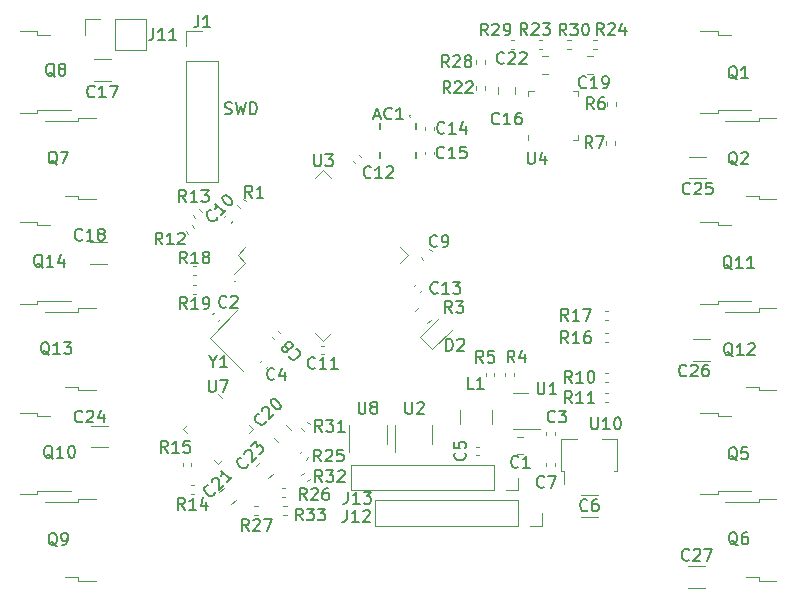
<source format=gto>
%TF.GenerationSoftware,KiCad,Pcbnew,(6.0.5)*%
%TF.CreationDate,2023-02-02T09:11:55+00:00*%
%TF.ProjectId,Melty,4d656c74-792e-46b6-9963-61645f706362,rev?*%
%TF.SameCoordinates,Original*%
%TF.FileFunction,Legend,Top*%
%TF.FilePolarity,Positive*%
%FSLAX46Y46*%
G04 Gerber Fmt 4.6, Leading zero omitted, Abs format (unit mm)*
G04 Created by KiCad (PCBNEW (6.0.5)) date 2023-02-02 09:11:55*
%MOMM*%
%LPD*%
G01*
G04 APERTURE LIST*
%ADD10C,0.150000*%
%ADD11C,0.120000*%
%ADD12C,0.200000*%
%ADD13C,0.125000*%
G04 APERTURE END LIST*
D10*
X92202000Y-68884800D02*
G75*
G03*
X92202000Y-68884800I-25400J0D01*
G01*
X91342857Y-54704761D02*
X91485714Y-54752380D01*
X91723809Y-54752380D01*
X91819047Y-54704761D01*
X91866666Y-54657142D01*
X91914285Y-54561904D01*
X91914285Y-54466666D01*
X91866666Y-54371428D01*
X91819047Y-54323809D01*
X91723809Y-54276190D01*
X91533333Y-54228571D01*
X91438095Y-54180952D01*
X91390476Y-54133333D01*
X91342857Y-54038095D01*
X91342857Y-53942857D01*
X91390476Y-53847619D01*
X91438095Y-53800000D01*
X91533333Y-53752380D01*
X91771428Y-53752380D01*
X91914285Y-53800000D01*
X92247619Y-53752380D02*
X92485714Y-54752380D01*
X92676190Y-54038095D01*
X92866666Y-54752380D01*
X93104761Y-53752380D01*
X93485714Y-54752380D02*
X93485714Y-53752380D01*
X93723809Y-53752380D01*
X93866666Y-53800000D01*
X93961904Y-53895238D01*
X94009523Y-53990476D01*
X94057142Y-54180952D01*
X94057142Y-54323809D01*
X94009523Y-54514285D01*
X93961904Y-54609523D01*
X93866666Y-54704761D01*
X93723809Y-54752380D01*
X93485714Y-54752380D01*
%TO.C,C16*%
X114571542Y-55525942D02*
X114523923Y-55573561D01*
X114381066Y-55621180D01*
X114285828Y-55621180D01*
X114142971Y-55573561D01*
X114047733Y-55478323D01*
X114000114Y-55383085D01*
X113952495Y-55192609D01*
X113952495Y-55049752D01*
X114000114Y-54859276D01*
X114047733Y-54764038D01*
X114142971Y-54668800D01*
X114285828Y-54621180D01*
X114381066Y-54621180D01*
X114523923Y-54668800D01*
X114571542Y-54716419D01*
X115523923Y-55621180D02*
X114952495Y-55621180D01*
X115238209Y-55621180D02*
X115238209Y-54621180D01*
X115142971Y-54764038D01*
X115047733Y-54859276D01*
X114952495Y-54906895D01*
X116381066Y-54621180D02*
X116190590Y-54621180D01*
X116095352Y-54668800D01*
X116047733Y-54716419D01*
X115952495Y-54859276D01*
X115904876Y-55049752D01*
X115904876Y-55430704D01*
X115952495Y-55525942D01*
X116000114Y-55573561D01*
X116095352Y-55621180D01*
X116285828Y-55621180D01*
X116381066Y-55573561D01*
X116428685Y-55525942D01*
X116476304Y-55430704D01*
X116476304Y-55192609D01*
X116428685Y-55097371D01*
X116381066Y-55049752D01*
X116285828Y-55002133D01*
X116095352Y-55002133D01*
X116000114Y-55049752D01*
X115952495Y-55097371D01*
X115904876Y-55192609D01*
%TO.C,R23*%
X116959142Y-48051980D02*
X116625809Y-47575790D01*
X116387714Y-48051980D02*
X116387714Y-47051980D01*
X116768666Y-47051980D01*
X116863904Y-47099600D01*
X116911523Y-47147219D01*
X116959142Y-47242457D01*
X116959142Y-47385314D01*
X116911523Y-47480552D01*
X116863904Y-47528171D01*
X116768666Y-47575790D01*
X116387714Y-47575790D01*
X117340095Y-47147219D02*
X117387714Y-47099600D01*
X117482952Y-47051980D01*
X117721047Y-47051980D01*
X117816285Y-47099600D01*
X117863904Y-47147219D01*
X117911523Y-47242457D01*
X117911523Y-47337695D01*
X117863904Y-47480552D01*
X117292476Y-48051980D01*
X117911523Y-48051980D01*
X118244857Y-47051980D02*
X118863904Y-47051980D01*
X118530571Y-47432933D01*
X118673428Y-47432933D01*
X118768666Y-47480552D01*
X118816285Y-47528171D01*
X118863904Y-47623409D01*
X118863904Y-47861504D01*
X118816285Y-47956742D01*
X118768666Y-48004361D01*
X118673428Y-48051980D01*
X118387714Y-48051980D01*
X118292476Y-48004361D01*
X118244857Y-47956742D01*
%TO.C,D2*%
X110082104Y-74772780D02*
X110082104Y-73772780D01*
X110320200Y-73772780D01*
X110463057Y-73820400D01*
X110558295Y-73915638D01*
X110605914Y-74010876D01*
X110653533Y-74201352D01*
X110653533Y-74344209D01*
X110605914Y-74534685D01*
X110558295Y-74629923D01*
X110463057Y-74725161D01*
X110320200Y-74772780D01*
X110082104Y-74772780D01*
X111034485Y-73868019D02*
X111082104Y-73820400D01*
X111177342Y-73772780D01*
X111415438Y-73772780D01*
X111510676Y-73820400D01*
X111558295Y-73868019D01*
X111605914Y-73963257D01*
X111605914Y-74058495D01*
X111558295Y-74201352D01*
X110986866Y-74772780D01*
X111605914Y-74772780D01*
%TO.C,R25*%
X99483942Y-84145381D02*
X99150609Y-83669191D01*
X98912514Y-84145381D02*
X98912514Y-83145381D01*
X99293466Y-83145381D01*
X99388704Y-83193001D01*
X99436323Y-83240620D01*
X99483942Y-83335858D01*
X99483942Y-83478715D01*
X99436323Y-83573953D01*
X99388704Y-83621572D01*
X99293466Y-83669191D01*
X98912514Y-83669191D01*
X99864895Y-83240620D02*
X99912514Y-83193001D01*
X100007752Y-83145381D01*
X100245847Y-83145381D01*
X100341085Y-83193001D01*
X100388704Y-83240620D01*
X100436323Y-83335858D01*
X100436323Y-83431096D01*
X100388704Y-83573953D01*
X99817276Y-84145381D01*
X100436323Y-84145381D01*
X101341085Y-83145381D02*
X100864895Y-83145381D01*
X100817276Y-83621572D01*
X100864895Y-83573953D01*
X100960133Y-83526334D01*
X101198228Y-83526334D01*
X101293466Y-83573953D01*
X101341085Y-83621572D01*
X101388704Y-83716810D01*
X101388704Y-83954905D01*
X101341085Y-84050143D01*
X101293466Y-84097762D01*
X101198228Y-84145381D01*
X100960133Y-84145381D01*
X100864895Y-84097762D01*
X100817276Y-84050143D01*
%TO.C,R19*%
X88130142Y-71243780D02*
X87796809Y-70767590D01*
X87558714Y-71243780D02*
X87558714Y-70243780D01*
X87939666Y-70243780D01*
X88034904Y-70291400D01*
X88082523Y-70339019D01*
X88130142Y-70434257D01*
X88130142Y-70577114D01*
X88082523Y-70672352D01*
X88034904Y-70719971D01*
X87939666Y-70767590D01*
X87558714Y-70767590D01*
X89082523Y-71243780D02*
X88511095Y-71243780D01*
X88796809Y-71243780D02*
X88796809Y-70243780D01*
X88701571Y-70386638D01*
X88606333Y-70481876D01*
X88511095Y-70529495D01*
X89558714Y-71243780D02*
X89749190Y-71243780D01*
X89844428Y-71196161D01*
X89892047Y-71148542D01*
X89987285Y-71005685D01*
X90034904Y-70815209D01*
X90034904Y-70434257D01*
X89987285Y-70339019D01*
X89939666Y-70291400D01*
X89844428Y-70243780D01*
X89653952Y-70243780D01*
X89558714Y-70291400D01*
X89511095Y-70339019D01*
X89463476Y-70434257D01*
X89463476Y-70672352D01*
X89511095Y-70767590D01*
X89558714Y-70815209D01*
X89653952Y-70862828D01*
X89844428Y-70862828D01*
X89939666Y-70815209D01*
X89987285Y-70767590D01*
X90034904Y-70672352D01*
%TO.C,C20*%
X94793969Y-80717106D02*
X94793969Y-80784450D01*
X94726625Y-80919137D01*
X94659282Y-80986480D01*
X94524595Y-81053824D01*
X94389908Y-81053824D01*
X94288893Y-81020152D01*
X94120534Y-80919137D01*
X94019519Y-80818122D01*
X93918503Y-80649763D01*
X93884832Y-80548748D01*
X93884832Y-80414061D01*
X93952175Y-80279374D01*
X94019519Y-80212030D01*
X94154206Y-80144687D01*
X94221549Y-80144687D01*
X94490923Y-79875312D02*
X94490923Y-79807969D01*
X94524595Y-79706954D01*
X94692954Y-79538595D01*
X94793969Y-79504923D01*
X94861312Y-79504923D01*
X94962328Y-79538595D01*
X95029671Y-79605938D01*
X95097015Y-79740625D01*
X95097015Y-80548748D01*
X95534748Y-80111015D01*
X95265374Y-78966175D02*
X95332717Y-78898832D01*
X95433732Y-78865160D01*
X95501076Y-78865160D01*
X95602091Y-78898832D01*
X95770450Y-78999847D01*
X95938809Y-79168206D01*
X96039824Y-79336564D01*
X96073496Y-79437580D01*
X96073496Y-79504923D01*
X96039824Y-79605938D01*
X95972480Y-79673282D01*
X95871465Y-79706954D01*
X95804122Y-79706954D01*
X95703106Y-79673282D01*
X95534748Y-79572267D01*
X95366389Y-79403908D01*
X95265374Y-79235549D01*
X95231702Y-79134534D01*
X95231702Y-79067190D01*
X95265374Y-78966175D01*
%TO.C,R17*%
X120413542Y-72232780D02*
X120080209Y-71756590D01*
X119842114Y-72232780D02*
X119842114Y-71232780D01*
X120223066Y-71232780D01*
X120318304Y-71280400D01*
X120365923Y-71328019D01*
X120413542Y-71423257D01*
X120413542Y-71566114D01*
X120365923Y-71661352D01*
X120318304Y-71708971D01*
X120223066Y-71756590D01*
X119842114Y-71756590D01*
X121365923Y-72232780D02*
X120794495Y-72232780D01*
X121080209Y-72232780D02*
X121080209Y-71232780D01*
X120984971Y-71375638D01*
X120889733Y-71470876D01*
X120794495Y-71518495D01*
X121699257Y-71232780D02*
X122365923Y-71232780D01*
X121937352Y-72232780D01*
%TO.C,C22*%
X114977942Y-50395142D02*
X114930323Y-50442761D01*
X114787466Y-50490380D01*
X114692228Y-50490380D01*
X114549371Y-50442761D01*
X114454133Y-50347523D01*
X114406514Y-50252285D01*
X114358895Y-50061809D01*
X114358895Y-49918952D01*
X114406514Y-49728476D01*
X114454133Y-49633238D01*
X114549371Y-49538000D01*
X114692228Y-49490380D01*
X114787466Y-49490380D01*
X114930323Y-49538000D01*
X114977942Y-49585619D01*
X115358895Y-49585619D02*
X115406514Y-49538000D01*
X115501752Y-49490380D01*
X115739847Y-49490380D01*
X115835085Y-49538000D01*
X115882704Y-49585619D01*
X115930323Y-49680857D01*
X115930323Y-49776095D01*
X115882704Y-49918952D01*
X115311276Y-50490380D01*
X115930323Y-50490380D01*
X116311276Y-49585619D02*
X116358895Y-49538000D01*
X116454133Y-49490380D01*
X116692228Y-49490380D01*
X116787466Y-49538000D01*
X116835085Y-49585619D01*
X116882704Y-49680857D01*
X116882704Y-49776095D01*
X116835085Y-49918952D01*
X116263657Y-50490380D01*
X116882704Y-50490380D01*
%TO.C,Q1*%
X134727961Y-51804819D02*
X134632723Y-51757200D01*
X134537485Y-51661961D01*
X134394628Y-51519104D01*
X134299390Y-51471485D01*
X134204152Y-51471485D01*
X134251771Y-51709580D02*
X134156533Y-51661961D01*
X134061295Y-51566723D01*
X134013676Y-51376247D01*
X134013676Y-51042914D01*
X134061295Y-50852438D01*
X134156533Y-50757200D01*
X134251771Y-50709580D01*
X134442247Y-50709580D01*
X134537485Y-50757200D01*
X134632723Y-50852438D01*
X134680342Y-51042914D01*
X134680342Y-51376247D01*
X134632723Y-51566723D01*
X134537485Y-51661961D01*
X134442247Y-51709580D01*
X134251771Y-51709580D01*
X135632723Y-51709580D02*
X135061295Y-51709580D01*
X135347009Y-51709580D02*
X135347009Y-50709580D01*
X135251771Y-50852438D01*
X135156533Y-50947676D01*
X135061295Y-50995295D01*
%TO.C,U2*%
X106629295Y-79132180D02*
X106629295Y-79941704D01*
X106676914Y-80036942D01*
X106724533Y-80084561D01*
X106819771Y-80132180D01*
X107010247Y-80132180D01*
X107105485Y-80084561D01*
X107153104Y-80036942D01*
X107200723Y-79941704D01*
X107200723Y-79132180D01*
X107629295Y-79227419D02*
X107676914Y-79179800D01*
X107772152Y-79132180D01*
X108010247Y-79132180D01*
X108105485Y-79179800D01*
X108153104Y-79227419D01*
X108200723Y-79322657D01*
X108200723Y-79417895D01*
X108153104Y-79560752D01*
X107581676Y-80132180D01*
X108200723Y-80132180D01*
%TO.C,R13*%
X88053942Y-62174380D02*
X87720609Y-61698190D01*
X87482514Y-62174380D02*
X87482514Y-61174380D01*
X87863466Y-61174380D01*
X87958704Y-61222000D01*
X88006323Y-61269619D01*
X88053942Y-61364857D01*
X88053942Y-61507714D01*
X88006323Y-61602952D01*
X87958704Y-61650571D01*
X87863466Y-61698190D01*
X87482514Y-61698190D01*
X89006323Y-62174380D02*
X88434895Y-62174380D01*
X88720609Y-62174380D02*
X88720609Y-61174380D01*
X88625371Y-61317238D01*
X88530133Y-61412476D01*
X88434895Y-61460095D01*
X89339657Y-61174380D02*
X89958704Y-61174380D01*
X89625371Y-61555333D01*
X89768228Y-61555333D01*
X89863466Y-61602952D01*
X89911085Y-61650571D01*
X89958704Y-61745809D01*
X89958704Y-61983904D01*
X89911085Y-62079142D01*
X89863466Y-62126761D01*
X89768228Y-62174380D01*
X89482514Y-62174380D01*
X89387276Y-62126761D01*
X89339657Y-62079142D01*
%TO.C,C3*%
X119289533Y-80748142D02*
X119241914Y-80795761D01*
X119099057Y-80843380D01*
X119003819Y-80843380D01*
X118860961Y-80795761D01*
X118765723Y-80700523D01*
X118718104Y-80605285D01*
X118670485Y-80414809D01*
X118670485Y-80271952D01*
X118718104Y-80081476D01*
X118765723Y-79986238D01*
X118860961Y-79891000D01*
X119003819Y-79843380D01*
X119099057Y-79843380D01*
X119241914Y-79891000D01*
X119289533Y-79938619D01*
X119622866Y-79843380D02*
X120241914Y-79843380D01*
X119908580Y-80224333D01*
X120051438Y-80224333D01*
X120146676Y-80271952D01*
X120194295Y-80319571D01*
X120241914Y-80414809D01*
X120241914Y-80652904D01*
X120194295Y-80748142D01*
X120146676Y-80795761D01*
X120051438Y-80843380D01*
X119765723Y-80843380D01*
X119670485Y-80795761D01*
X119622866Y-80748142D01*
%TO.C,R6*%
X122566133Y-54325780D02*
X122232800Y-53849590D01*
X121994704Y-54325780D02*
X121994704Y-53325780D01*
X122375657Y-53325780D01*
X122470895Y-53373400D01*
X122518514Y-53421019D01*
X122566133Y-53516257D01*
X122566133Y-53659114D01*
X122518514Y-53754352D01*
X122470895Y-53801971D01*
X122375657Y-53849590D01*
X121994704Y-53849590D01*
X123423276Y-53325780D02*
X123232800Y-53325780D01*
X123137561Y-53373400D01*
X123089942Y-53421019D01*
X122994704Y-53563876D01*
X122947085Y-53754352D01*
X122947085Y-54135304D01*
X122994704Y-54230542D01*
X123042323Y-54278161D01*
X123137561Y-54325780D01*
X123328038Y-54325780D01*
X123423276Y-54278161D01*
X123470895Y-54230542D01*
X123518514Y-54135304D01*
X123518514Y-53897209D01*
X123470895Y-53801971D01*
X123423276Y-53754352D01*
X123328038Y-53706733D01*
X123137561Y-53706733D01*
X123042323Y-53754352D01*
X122994704Y-53801971D01*
X122947085Y-53897209D01*
%TO.C,C21*%
X90526769Y-86736906D02*
X90526769Y-86804250D01*
X90459425Y-86938937D01*
X90392082Y-87006280D01*
X90257395Y-87073624D01*
X90122708Y-87073624D01*
X90021693Y-87039952D01*
X89853334Y-86938937D01*
X89752319Y-86837922D01*
X89651303Y-86669563D01*
X89617632Y-86568548D01*
X89617632Y-86433861D01*
X89684975Y-86299174D01*
X89752319Y-86231830D01*
X89887006Y-86164487D01*
X89954349Y-86164487D01*
X90223723Y-85895112D02*
X90223723Y-85827769D01*
X90257395Y-85726754D01*
X90425754Y-85558395D01*
X90526769Y-85524723D01*
X90594112Y-85524723D01*
X90695128Y-85558395D01*
X90762471Y-85625738D01*
X90829815Y-85760425D01*
X90829815Y-86568548D01*
X91267548Y-86130815D01*
X91940983Y-85457380D02*
X91536922Y-85861441D01*
X91738952Y-85659410D02*
X91031845Y-84952303D01*
X91065517Y-85120662D01*
X91065517Y-85255349D01*
X91031845Y-85356364D01*
%TO.C,R30*%
X120261142Y-48077380D02*
X119927809Y-47601190D01*
X119689714Y-48077380D02*
X119689714Y-47077380D01*
X120070666Y-47077380D01*
X120165904Y-47125000D01*
X120213523Y-47172619D01*
X120261142Y-47267857D01*
X120261142Y-47410714D01*
X120213523Y-47505952D01*
X120165904Y-47553571D01*
X120070666Y-47601190D01*
X119689714Y-47601190D01*
X120594476Y-47077380D02*
X121213523Y-47077380D01*
X120880190Y-47458333D01*
X121023047Y-47458333D01*
X121118285Y-47505952D01*
X121165904Y-47553571D01*
X121213523Y-47648809D01*
X121213523Y-47886904D01*
X121165904Y-47982142D01*
X121118285Y-48029761D01*
X121023047Y-48077380D01*
X120737333Y-48077380D01*
X120642095Y-48029761D01*
X120594476Y-47982142D01*
X121832571Y-47077380D02*
X121927809Y-47077380D01*
X122023047Y-47125000D01*
X122070666Y-47172619D01*
X122118285Y-47267857D01*
X122165904Y-47458333D01*
X122165904Y-47696428D01*
X122118285Y-47886904D01*
X122070666Y-47982142D01*
X122023047Y-48029761D01*
X121927809Y-48077380D01*
X121832571Y-48077380D01*
X121737333Y-48029761D01*
X121689714Y-47982142D01*
X121642095Y-47886904D01*
X121594476Y-47696428D01*
X121594476Y-47458333D01*
X121642095Y-47267857D01*
X121689714Y-47172619D01*
X121737333Y-47125000D01*
X121832571Y-47077380D01*
%TO.C,C5*%
X111659942Y-83427866D02*
X111707561Y-83475485D01*
X111755180Y-83618342D01*
X111755180Y-83713580D01*
X111707561Y-83856438D01*
X111612323Y-83951676D01*
X111517085Y-83999295D01*
X111326609Y-84046914D01*
X111183752Y-84046914D01*
X110993276Y-83999295D01*
X110898038Y-83951676D01*
X110802800Y-83856438D01*
X110755180Y-83713580D01*
X110755180Y-83618342D01*
X110802800Y-83475485D01*
X110850419Y-83427866D01*
X110755180Y-82523104D02*
X110755180Y-82999295D01*
X111231371Y-83046914D01*
X111183752Y-82999295D01*
X111136133Y-82904057D01*
X111136133Y-82665961D01*
X111183752Y-82570723D01*
X111231371Y-82523104D01*
X111326609Y-82475485D01*
X111564704Y-82475485D01*
X111659942Y-82523104D01*
X111707561Y-82570723D01*
X111755180Y-82665961D01*
X111755180Y-82904057D01*
X111707561Y-82999295D01*
X111659942Y-83046914D01*
%TO.C,C9*%
X109307333Y-65889142D02*
X109259714Y-65936761D01*
X109116857Y-65984380D01*
X109021619Y-65984380D01*
X108878761Y-65936761D01*
X108783523Y-65841523D01*
X108735904Y-65746285D01*
X108688285Y-65555809D01*
X108688285Y-65412952D01*
X108735904Y-65222476D01*
X108783523Y-65127238D01*
X108878761Y-65032000D01*
X109021619Y-64984380D01*
X109116857Y-64984380D01*
X109259714Y-65032000D01*
X109307333Y-65079619D01*
X109783523Y-65984380D02*
X109974000Y-65984380D01*
X110069238Y-65936761D01*
X110116857Y-65889142D01*
X110212095Y-65746285D01*
X110259714Y-65555809D01*
X110259714Y-65174857D01*
X110212095Y-65079619D01*
X110164476Y-65032000D01*
X110069238Y-64984380D01*
X109878761Y-64984380D01*
X109783523Y-65032000D01*
X109735904Y-65079619D01*
X109688285Y-65174857D01*
X109688285Y-65412952D01*
X109735904Y-65508190D01*
X109783523Y-65555809D01*
X109878761Y-65603428D01*
X110069238Y-65603428D01*
X110164476Y-65555809D01*
X110212095Y-65508190D01*
X110259714Y-65412952D01*
%TO.C,R4*%
X115860533Y-75763380D02*
X115527200Y-75287190D01*
X115289104Y-75763380D02*
X115289104Y-74763380D01*
X115670057Y-74763380D01*
X115765295Y-74811000D01*
X115812914Y-74858619D01*
X115860533Y-74953857D01*
X115860533Y-75096714D01*
X115812914Y-75191952D01*
X115765295Y-75239571D01*
X115670057Y-75287190D01*
X115289104Y-75287190D01*
X116717676Y-75096714D02*
X116717676Y-75763380D01*
X116479580Y-74715761D02*
X116241485Y-75430047D01*
X116860533Y-75430047D01*
%TO.C,C19*%
X121937542Y-52452542D02*
X121889923Y-52500161D01*
X121747066Y-52547780D01*
X121651828Y-52547780D01*
X121508971Y-52500161D01*
X121413733Y-52404923D01*
X121366114Y-52309685D01*
X121318495Y-52119209D01*
X121318495Y-51976352D01*
X121366114Y-51785876D01*
X121413733Y-51690638D01*
X121508971Y-51595400D01*
X121651828Y-51547780D01*
X121747066Y-51547780D01*
X121889923Y-51595400D01*
X121937542Y-51643019D01*
X122889923Y-52547780D02*
X122318495Y-52547780D01*
X122604209Y-52547780D02*
X122604209Y-51547780D01*
X122508971Y-51690638D01*
X122413733Y-51785876D01*
X122318495Y-51833495D01*
X123366114Y-52547780D02*
X123556590Y-52547780D01*
X123651828Y-52500161D01*
X123699447Y-52452542D01*
X123794685Y-52309685D01*
X123842304Y-52119209D01*
X123842304Y-51738257D01*
X123794685Y-51643019D01*
X123747066Y-51595400D01*
X123651828Y-51547780D01*
X123461352Y-51547780D01*
X123366114Y-51595400D01*
X123318495Y-51643019D01*
X123270876Y-51738257D01*
X123270876Y-51976352D01*
X123318495Y-52071590D01*
X123366114Y-52119209D01*
X123461352Y-52166828D01*
X123651828Y-52166828D01*
X123747066Y-52119209D01*
X123794685Y-52071590D01*
X123842304Y-51976352D01*
%TO.C,R15*%
X86504542Y-83408780D02*
X86171209Y-82932590D01*
X85933114Y-83408780D02*
X85933114Y-82408780D01*
X86314066Y-82408780D01*
X86409304Y-82456400D01*
X86456923Y-82504019D01*
X86504542Y-82599257D01*
X86504542Y-82742114D01*
X86456923Y-82837352D01*
X86409304Y-82884971D01*
X86314066Y-82932590D01*
X85933114Y-82932590D01*
X87456923Y-83408780D02*
X86885495Y-83408780D01*
X87171209Y-83408780D02*
X87171209Y-82408780D01*
X87075971Y-82551638D01*
X86980733Y-82646876D01*
X86885495Y-82694495D01*
X88361685Y-82408780D02*
X87885495Y-82408780D01*
X87837876Y-82884971D01*
X87885495Y-82837352D01*
X87980733Y-82789733D01*
X88218828Y-82789733D01*
X88314066Y-82837352D01*
X88361685Y-82884971D01*
X88409304Y-82980209D01*
X88409304Y-83218304D01*
X88361685Y-83313542D01*
X88314066Y-83361161D01*
X88218828Y-83408780D01*
X87980733Y-83408780D01*
X87885495Y-83361161D01*
X87837876Y-83313542D01*
%TO.C,U8*%
X102666895Y-79106780D02*
X102666895Y-79916304D01*
X102714514Y-80011542D01*
X102762133Y-80059161D01*
X102857371Y-80106780D01*
X103047847Y-80106780D01*
X103143085Y-80059161D01*
X103190704Y-80011542D01*
X103238323Y-79916304D01*
X103238323Y-79106780D01*
X103857371Y-79535352D02*
X103762133Y-79487733D01*
X103714514Y-79440114D01*
X103666895Y-79344876D01*
X103666895Y-79297257D01*
X103714514Y-79202019D01*
X103762133Y-79154400D01*
X103857371Y-79106780D01*
X104047847Y-79106780D01*
X104143085Y-79154400D01*
X104190704Y-79202019D01*
X104238323Y-79297257D01*
X104238323Y-79344876D01*
X104190704Y-79440114D01*
X104143085Y-79487733D01*
X104047847Y-79535352D01*
X103857371Y-79535352D01*
X103762133Y-79582971D01*
X103714514Y-79630590D01*
X103666895Y-79725828D01*
X103666895Y-79916304D01*
X103714514Y-80011542D01*
X103762133Y-80059161D01*
X103857371Y-80106780D01*
X104047847Y-80106780D01*
X104143085Y-80059161D01*
X104190704Y-80011542D01*
X104238323Y-79916304D01*
X104238323Y-79725828D01*
X104190704Y-79630590D01*
X104143085Y-79582971D01*
X104047847Y-79535352D01*
%TO.C,J11*%
X85271076Y-47483780D02*
X85271076Y-48198066D01*
X85223457Y-48340923D01*
X85128219Y-48436161D01*
X84985361Y-48483780D01*
X84890123Y-48483780D01*
X86271076Y-48483780D02*
X85699647Y-48483780D01*
X85985361Y-48483780D02*
X85985361Y-47483780D01*
X85890123Y-47626638D01*
X85794885Y-47721876D01*
X85699647Y-47769495D01*
X87223457Y-48483780D02*
X86652028Y-48483780D01*
X86937742Y-48483780D02*
X86937742Y-47483780D01*
X86842504Y-47626638D01*
X86747266Y-47721876D01*
X86652028Y-47769495D01*
%TO.C,R18*%
X88130142Y-67381380D02*
X87796809Y-66905190D01*
X87558714Y-67381380D02*
X87558714Y-66381380D01*
X87939666Y-66381380D01*
X88034904Y-66429000D01*
X88082523Y-66476619D01*
X88130142Y-66571857D01*
X88130142Y-66714714D01*
X88082523Y-66809952D01*
X88034904Y-66857571D01*
X87939666Y-66905190D01*
X87558714Y-66905190D01*
X89082523Y-67381380D02*
X88511095Y-67381380D01*
X88796809Y-67381380D02*
X88796809Y-66381380D01*
X88701571Y-66524238D01*
X88606333Y-66619476D01*
X88511095Y-66667095D01*
X89653952Y-66809952D02*
X89558714Y-66762333D01*
X89511095Y-66714714D01*
X89463476Y-66619476D01*
X89463476Y-66571857D01*
X89511095Y-66476619D01*
X89558714Y-66429000D01*
X89653952Y-66381380D01*
X89844428Y-66381380D01*
X89939666Y-66429000D01*
X89987285Y-66476619D01*
X90034904Y-66571857D01*
X90034904Y-66619476D01*
X89987285Y-66714714D01*
X89939666Y-66762333D01*
X89844428Y-66809952D01*
X89653952Y-66809952D01*
X89558714Y-66857571D01*
X89511095Y-66905190D01*
X89463476Y-67000428D01*
X89463476Y-67190904D01*
X89511095Y-67286142D01*
X89558714Y-67333761D01*
X89653952Y-67381380D01*
X89844428Y-67381380D01*
X89939666Y-67333761D01*
X89987285Y-67286142D01*
X90034904Y-67190904D01*
X90034904Y-67000428D01*
X89987285Y-66905190D01*
X89939666Y-66857571D01*
X89844428Y-66809952D01*
%TO.C,C11*%
X98975942Y-76218542D02*
X98928323Y-76266161D01*
X98785466Y-76313780D01*
X98690228Y-76313780D01*
X98547371Y-76266161D01*
X98452133Y-76170923D01*
X98404514Y-76075685D01*
X98356895Y-75885209D01*
X98356895Y-75742352D01*
X98404514Y-75551876D01*
X98452133Y-75456638D01*
X98547371Y-75361400D01*
X98690228Y-75313780D01*
X98785466Y-75313780D01*
X98928323Y-75361400D01*
X98975942Y-75409019D01*
X99928323Y-76313780D02*
X99356895Y-76313780D01*
X99642609Y-76313780D02*
X99642609Y-75313780D01*
X99547371Y-75456638D01*
X99452133Y-75551876D01*
X99356895Y-75599495D01*
X100880704Y-76313780D02*
X100309276Y-76313780D01*
X100594990Y-76313780D02*
X100594990Y-75313780D01*
X100499752Y-75456638D01*
X100404514Y-75551876D01*
X100309276Y-75599495D01*
%TO.C,C7*%
X118375133Y-86285342D02*
X118327514Y-86332961D01*
X118184657Y-86380580D01*
X118089419Y-86380580D01*
X117946561Y-86332961D01*
X117851323Y-86237723D01*
X117803704Y-86142485D01*
X117756085Y-85952009D01*
X117756085Y-85809152D01*
X117803704Y-85618676D01*
X117851323Y-85523438D01*
X117946561Y-85428200D01*
X118089419Y-85380580D01*
X118184657Y-85380580D01*
X118327514Y-85428200D01*
X118375133Y-85475819D01*
X118708466Y-85380580D02*
X119375133Y-85380580D01*
X118946561Y-86380580D01*
%TO.C,J1*%
X89074666Y-46391580D02*
X89074666Y-47105866D01*
X89027047Y-47248723D01*
X88931809Y-47343961D01*
X88788952Y-47391580D01*
X88693714Y-47391580D01*
X90074666Y-47391580D02*
X89503238Y-47391580D01*
X89788952Y-47391580D02*
X89788952Y-46391580D01*
X89693714Y-46534438D01*
X89598476Y-46629676D01*
X89503238Y-46677295D01*
%TO.C,U1*%
X117830695Y-77455780D02*
X117830695Y-78265304D01*
X117878314Y-78360542D01*
X117925933Y-78408161D01*
X118021171Y-78455780D01*
X118211647Y-78455780D01*
X118306885Y-78408161D01*
X118354504Y-78360542D01*
X118402123Y-78265304D01*
X118402123Y-77455780D01*
X119402123Y-78455780D02*
X118830695Y-78455780D01*
X119116409Y-78455780D02*
X119116409Y-77455780D01*
X119021171Y-77598638D01*
X118925933Y-77693876D01*
X118830695Y-77741495D01*
%TO.C,C26*%
X130421142Y-76861942D02*
X130373523Y-76909561D01*
X130230666Y-76957180D01*
X130135428Y-76957180D01*
X129992571Y-76909561D01*
X129897333Y-76814323D01*
X129849714Y-76719085D01*
X129802095Y-76528609D01*
X129802095Y-76385752D01*
X129849714Y-76195276D01*
X129897333Y-76100038D01*
X129992571Y-76004800D01*
X130135428Y-75957180D01*
X130230666Y-75957180D01*
X130373523Y-76004800D01*
X130421142Y-76052419D01*
X130802095Y-76052419D02*
X130849714Y-76004800D01*
X130944952Y-75957180D01*
X131183047Y-75957180D01*
X131278285Y-76004800D01*
X131325904Y-76052419D01*
X131373523Y-76147657D01*
X131373523Y-76242895D01*
X131325904Y-76385752D01*
X130754476Y-76957180D01*
X131373523Y-76957180D01*
X132230666Y-75957180D02*
X132040190Y-75957180D01*
X131944952Y-76004800D01*
X131897333Y-76052419D01*
X131802095Y-76195276D01*
X131754476Y-76385752D01*
X131754476Y-76766704D01*
X131802095Y-76861942D01*
X131849714Y-76909561D01*
X131944952Y-76957180D01*
X132135428Y-76957180D01*
X132230666Y-76909561D01*
X132278285Y-76861942D01*
X132325904Y-76766704D01*
X132325904Y-76528609D01*
X132278285Y-76433371D01*
X132230666Y-76385752D01*
X132135428Y-76338133D01*
X131944952Y-76338133D01*
X131849714Y-76385752D01*
X131802095Y-76433371D01*
X131754476Y-76528609D01*
%TO.C,R28*%
X110304342Y-50769780D02*
X109971009Y-50293590D01*
X109732914Y-50769780D02*
X109732914Y-49769780D01*
X110113866Y-49769780D01*
X110209104Y-49817400D01*
X110256723Y-49865019D01*
X110304342Y-49960257D01*
X110304342Y-50103114D01*
X110256723Y-50198352D01*
X110209104Y-50245971D01*
X110113866Y-50293590D01*
X109732914Y-50293590D01*
X110685295Y-49865019D02*
X110732914Y-49817400D01*
X110828152Y-49769780D01*
X111066247Y-49769780D01*
X111161485Y-49817400D01*
X111209104Y-49865019D01*
X111256723Y-49960257D01*
X111256723Y-50055495D01*
X111209104Y-50198352D01*
X110637676Y-50769780D01*
X111256723Y-50769780D01*
X111828152Y-50198352D02*
X111732914Y-50150733D01*
X111685295Y-50103114D01*
X111637676Y-50007876D01*
X111637676Y-49960257D01*
X111685295Y-49865019D01*
X111732914Y-49817400D01*
X111828152Y-49769780D01*
X112018628Y-49769780D01*
X112113866Y-49817400D01*
X112161485Y-49865019D01*
X112209104Y-49960257D01*
X112209104Y-50007876D01*
X112161485Y-50103114D01*
X112113866Y-50150733D01*
X112018628Y-50198352D01*
X111828152Y-50198352D01*
X111732914Y-50245971D01*
X111685295Y-50293590D01*
X111637676Y-50388828D01*
X111637676Y-50579304D01*
X111685295Y-50674542D01*
X111732914Y-50722161D01*
X111828152Y-50769780D01*
X112018628Y-50769780D01*
X112113866Y-50722161D01*
X112161485Y-50674542D01*
X112209104Y-50579304D01*
X112209104Y-50388828D01*
X112161485Y-50293590D01*
X112113866Y-50245971D01*
X112018628Y-50198352D01*
%TO.C,C13*%
X109364542Y-69851542D02*
X109316923Y-69899161D01*
X109174066Y-69946780D01*
X109078828Y-69946780D01*
X108935971Y-69899161D01*
X108840733Y-69803923D01*
X108793114Y-69708685D01*
X108745495Y-69518209D01*
X108745495Y-69375352D01*
X108793114Y-69184876D01*
X108840733Y-69089638D01*
X108935971Y-68994400D01*
X109078828Y-68946780D01*
X109174066Y-68946780D01*
X109316923Y-68994400D01*
X109364542Y-69042019D01*
X110316923Y-69946780D02*
X109745495Y-69946780D01*
X110031209Y-69946780D02*
X110031209Y-68946780D01*
X109935971Y-69089638D01*
X109840733Y-69184876D01*
X109745495Y-69232495D01*
X110650257Y-68946780D02*
X111269304Y-68946780D01*
X110935971Y-69327733D01*
X111078828Y-69327733D01*
X111174066Y-69375352D01*
X111221685Y-69422971D01*
X111269304Y-69518209D01*
X111269304Y-69756304D01*
X111221685Y-69851542D01*
X111174066Y-69899161D01*
X111078828Y-69946780D01*
X110793114Y-69946780D01*
X110697876Y-69899161D01*
X110650257Y-69851542D01*
%TO.C,U10*%
X122358304Y-80427580D02*
X122358304Y-81237104D01*
X122405923Y-81332342D01*
X122453542Y-81379961D01*
X122548780Y-81427580D01*
X122739257Y-81427580D01*
X122834495Y-81379961D01*
X122882114Y-81332342D01*
X122929733Y-81237104D01*
X122929733Y-80427580D01*
X123929733Y-81427580D02*
X123358304Y-81427580D01*
X123644019Y-81427580D02*
X123644019Y-80427580D01*
X123548780Y-80570438D01*
X123453542Y-80665676D01*
X123358304Y-80713295D01*
X124548780Y-80427580D02*
X124644019Y-80427580D01*
X124739257Y-80475200D01*
X124786876Y-80522819D01*
X124834495Y-80618057D01*
X124882114Y-80808533D01*
X124882114Y-81046628D01*
X124834495Y-81237104D01*
X124786876Y-81332342D01*
X124739257Y-81379961D01*
X124644019Y-81427580D01*
X124548780Y-81427580D01*
X124453542Y-81379961D01*
X124405923Y-81332342D01*
X124358304Y-81237104D01*
X124310685Y-81046628D01*
X124310685Y-80808533D01*
X124358304Y-80618057D01*
X124405923Y-80522819D01*
X124453542Y-80475200D01*
X124548780Y-80427580D01*
%TO.C,Q5*%
X134727961Y-84062819D02*
X134632723Y-84015200D01*
X134537485Y-83919961D01*
X134394628Y-83777104D01*
X134299390Y-83729485D01*
X134204152Y-83729485D01*
X134251771Y-83967580D02*
X134156533Y-83919961D01*
X134061295Y-83824723D01*
X134013676Y-83634247D01*
X134013676Y-83300914D01*
X134061295Y-83110438D01*
X134156533Y-83015200D01*
X134251771Y-82967580D01*
X134442247Y-82967580D01*
X134537485Y-83015200D01*
X134632723Y-83110438D01*
X134680342Y-83300914D01*
X134680342Y-83634247D01*
X134632723Y-83824723D01*
X134537485Y-83919961D01*
X134442247Y-83967580D01*
X134251771Y-83967580D01*
X135585104Y-82967580D02*
X135108914Y-82967580D01*
X135061295Y-83443771D01*
X135108914Y-83396152D01*
X135204152Y-83348533D01*
X135442247Y-83348533D01*
X135537485Y-83396152D01*
X135585104Y-83443771D01*
X135632723Y-83539009D01*
X135632723Y-83777104D01*
X135585104Y-83872342D01*
X135537485Y-83919961D01*
X135442247Y-83967580D01*
X135204152Y-83967580D01*
X135108914Y-83919961D01*
X135061295Y-83872342D01*
%TO.C,R16*%
X120413542Y-74137780D02*
X120080209Y-73661590D01*
X119842114Y-74137780D02*
X119842114Y-73137780D01*
X120223066Y-73137780D01*
X120318304Y-73185400D01*
X120365923Y-73233019D01*
X120413542Y-73328257D01*
X120413542Y-73471114D01*
X120365923Y-73566352D01*
X120318304Y-73613971D01*
X120223066Y-73661590D01*
X119842114Y-73661590D01*
X121365923Y-74137780D02*
X120794495Y-74137780D01*
X121080209Y-74137780D02*
X121080209Y-73137780D01*
X120984971Y-73280638D01*
X120889733Y-73375876D01*
X120794495Y-73423495D01*
X122223066Y-73137780D02*
X122032590Y-73137780D01*
X121937352Y-73185400D01*
X121889733Y-73233019D01*
X121794495Y-73375876D01*
X121746876Y-73566352D01*
X121746876Y-73947304D01*
X121794495Y-74042542D01*
X121842114Y-74090161D01*
X121937352Y-74137780D01*
X122127828Y-74137780D01*
X122223066Y-74090161D01*
X122270685Y-74042542D01*
X122318304Y-73947304D01*
X122318304Y-73709209D01*
X122270685Y-73613971D01*
X122223066Y-73566352D01*
X122127828Y-73518733D01*
X121937352Y-73518733D01*
X121842114Y-73566352D01*
X121794495Y-73613971D01*
X121746876Y-73709209D01*
%TO.C,R24*%
X123410742Y-48051980D02*
X123077409Y-47575790D01*
X122839314Y-48051980D02*
X122839314Y-47051980D01*
X123220266Y-47051980D01*
X123315504Y-47099600D01*
X123363123Y-47147219D01*
X123410742Y-47242457D01*
X123410742Y-47385314D01*
X123363123Y-47480552D01*
X123315504Y-47528171D01*
X123220266Y-47575790D01*
X122839314Y-47575790D01*
X123791695Y-47147219D02*
X123839314Y-47099600D01*
X123934552Y-47051980D01*
X124172647Y-47051980D01*
X124267885Y-47099600D01*
X124315504Y-47147219D01*
X124363123Y-47242457D01*
X124363123Y-47337695D01*
X124315504Y-47480552D01*
X123744076Y-48051980D01*
X124363123Y-48051980D01*
X125220266Y-47385314D02*
X125220266Y-48051980D01*
X124982171Y-47004361D02*
X124744076Y-47718647D01*
X125363123Y-47718647D01*
%TO.C,C18*%
X79257142Y-65357142D02*
X79209523Y-65404761D01*
X79066666Y-65452380D01*
X78971428Y-65452380D01*
X78828571Y-65404761D01*
X78733333Y-65309523D01*
X78685714Y-65214285D01*
X78638095Y-65023809D01*
X78638095Y-64880952D01*
X78685714Y-64690476D01*
X78733333Y-64595238D01*
X78828571Y-64500000D01*
X78971428Y-64452380D01*
X79066666Y-64452380D01*
X79209523Y-64500000D01*
X79257142Y-64547619D01*
X80209523Y-65452380D02*
X79638095Y-65452380D01*
X79923809Y-65452380D02*
X79923809Y-64452380D01*
X79828571Y-64595238D01*
X79733333Y-64690476D01*
X79638095Y-64738095D01*
X80780952Y-64880952D02*
X80685714Y-64833333D01*
X80638095Y-64785714D01*
X80590476Y-64690476D01*
X80590476Y-64642857D01*
X80638095Y-64547619D01*
X80685714Y-64500000D01*
X80780952Y-64452380D01*
X80971428Y-64452380D01*
X81066666Y-64500000D01*
X81114285Y-64547619D01*
X81161904Y-64642857D01*
X81161904Y-64690476D01*
X81114285Y-64785714D01*
X81066666Y-64833333D01*
X80971428Y-64880952D01*
X80780952Y-64880952D01*
X80685714Y-64928571D01*
X80638095Y-64976190D01*
X80590476Y-65071428D01*
X80590476Y-65261904D01*
X80638095Y-65357142D01*
X80685714Y-65404761D01*
X80780952Y-65452380D01*
X80971428Y-65452380D01*
X81066666Y-65404761D01*
X81114285Y-65357142D01*
X81161904Y-65261904D01*
X81161904Y-65071428D01*
X81114285Y-64976190D01*
X81066666Y-64928571D01*
X80971428Y-64880952D01*
%TO.C,R12*%
X86047342Y-65781180D02*
X85714009Y-65304990D01*
X85475914Y-65781180D02*
X85475914Y-64781180D01*
X85856866Y-64781180D01*
X85952104Y-64828800D01*
X85999723Y-64876419D01*
X86047342Y-64971657D01*
X86047342Y-65114514D01*
X85999723Y-65209752D01*
X85952104Y-65257371D01*
X85856866Y-65304990D01*
X85475914Y-65304990D01*
X86999723Y-65781180D02*
X86428295Y-65781180D01*
X86714009Y-65781180D02*
X86714009Y-64781180D01*
X86618771Y-64924038D01*
X86523533Y-65019276D01*
X86428295Y-65066895D01*
X87380676Y-64876419D02*
X87428295Y-64828800D01*
X87523533Y-64781180D01*
X87761628Y-64781180D01*
X87856866Y-64828800D01*
X87904485Y-64876419D01*
X87952104Y-64971657D01*
X87952104Y-65066895D01*
X87904485Y-65209752D01*
X87333057Y-65781180D01*
X87952104Y-65781180D01*
%TO.C,Q9*%
X77146161Y-91327219D02*
X77050923Y-91279600D01*
X76955685Y-91184361D01*
X76812828Y-91041504D01*
X76717590Y-90993885D01*
X76622352Y-90993885D01*
X76669971Y-91231980D02*
X76574733Y-91184361D01*
X76479495Y-91089123D01*
X76431876Y-90898647D01*
X76431876Y-90565314D01*
X76479495Y-90374838D01*
X76574733Y-90279600D01*
X76669971Y-90231980D01*
X76860447Y-90231980D01*
X76955685Y-90279600D01*
X77050923Y-90374838D01*
X77098542Y-90565314D01*
X77098542Y-90898647D01*
X77050923Y-91089123D01*
X76955685Y-91184361D01*
X76860447Y-91231980D01*
X76669971Y-91231980D01*
X77574733Y-91231980D02*
X77765209Y-91231980D01*
X77860447Y-91184361D01*
X77908066Y-91136742D01*
X78003304Y-90993885D01*
X78050923Y-90803409D01*
X78050923Y-90422457D01*
X78003304Y-90327219D01*
X77955685Y-90279600D01*
X77860447Y-90231980D01*
X77669971Y-90231980D01*
X77574733Y-90279600D01*
X77527114Y-90327219D01*
X77479495Y-90422457D01*
X77479495Y-90660552D01*
X77527114Y-90755790D01*
X77574733Y-90803409D01*
X77669971Y-90851028D01*
X77860447Y-90851028D01*
X77955685Y-90803409D01*
X78003304Y-90755790D01*
X78050923Y-90660552D01*
%TO.C,R32*%
X99585542Y-85897980D02*
X99252209Y-85421790D01*
X99014114Y-85897980D02*
X99014114Y-84897980D01*
X99395066Y-84897980D01*
X99490304Y-84945600D01*
X99537923Y-84993219D01*
X99585542Y-85088457D01*
X99585542Y-85231314D01*
X99537923Y-85326552D01*
X99490304Y-85374171D01*
X99395066Y-85421790D01*
X99014114Y-85421790D01*
X99918876Y-84897980D02*
X100537923Y-84897980D01*
X100204590Y-85278933D01*
X100347447Y-85278933D01*
X100442685Y-85326552D01*
X100490304Y-85374171D01*
X100537923Y-85469409D01*
X100537923Y-85707504D01*
X100490304Y-85802742D01*
X100442685Y-85850361D01*
X100347447Y-85897980D01*
X100061733Y-85897980D01*
X99966495Y-85850361D01*
X99918876Y-85802742D01*
X100918876Y-84993219D02*
X100966495Y-84945600D01*
X101061733Y-84897980D01*
X101299828Y-84897980D01*
X101395066Y-84945600D01*
X101442685Y-84993219D01*
X101490304Y-85088457D01*
X101490304Y-85183695D01*
X101442685Y-85326552D01*
X100871257Y-85897980D01*
X101490304Y-85897980D01*
%TO.C,C14*%
X109923342Y-56313342D02*
X109875723Y-56360961D01*
X109732866Y-56408580D01*
X109637628Y-56408580D01*
X109494771Y-56360961D01*
X109399533Y-56265723D01*
X109351914Y-56170485D01*
X109304295Y-55980009D01*
X109304295Y-55837152D01*
X109351914Y-55646676D01*
X109399533Y-55551438D01*
X109494771Y-55456200D01*
X109637628Y-55408580D01*
X109732866Y-55408580D01*
X109875723Y-55456200D01*
X109923342Y-55503819D01*
X110875723Y-56408580D02*
X110304295Y-56408580D01*
X110590009Y-56408580D02*
X110590009Y-55408580D01*
X110494771Y-55551438D01*
X110399533Y-55646676D01*
X110304295Y-55694295D01*
X111732866Y-55741914D02*
X111732866Y-56408580D01*
X111494771Y-55360961D02*
X111256676Y-56075247D01*
X111875723Y-56075247D01*
%TO.C,R7*%
X122464533Y-57627780D02*
X122131200Y-57151590D01*
X121893104Y-57627780D02*
X121893104Y-56627780D01*
X122274057Y-56627780D01*
X122369295Y-56675400D01*
X122416914Y-56723019D01*
X122464533Y-56818257D01*
X122464533Y-56961114D01*
X122416914Y-57056352D01*
X122369295Y-57103971D01*
X122274057Y-57151590D01*
X121893104Y-57151590D01*
X122797866Y-56627780D02*
X123464533Y-56627780D01*
X123035961Y-57627780D01*
%TO.C,C23*%
X93301230Y-84405967D02*
X93301230Y-84473311D01*
X93233886Y-84607998D01*
X93166543Y-84675341D01*
X93031856Y-84742685D01*
X92897169Y-84742685D01*
X92796154Y-84709013D01*
X92627795Y-84607998D01*
X92526780Y-84506983D01*
X92425764Y-84338624D01*
X92392093Y-84237609D01*
X92392093Y-84102922D01*
X92459436Y-83968235D01*
X92526780Y-83900891D01*
X92661467Y-83833548D01*
X92728810Y-83833548D01*
X92998184Y-83564173D02*
X92998184Y-83496830D01*
X93031856Y-83395815D01*
X93200215Y-83227456D01*
X93301230Y-83193784D01*
X93368573Y-83193784D01*
X93469589Y-83227456D01*
X93536932Y-83294799D01*
X93604276Y-83429486D01*
X93604276Y-84237609D01*
X94042009Y-83799876D01*
X93570604Y-82857067D02*
X94008337Y-82419334D01*
X94042009Y-82924410D01*
X94143024Y-82823395D01*
X94244039Y-82789723D01*
X94311383Y-82789723D01*
X94412398Y-82823395D01*
X94580757Y-82991754D01*
X94614428Y-83092769D01*
X94614428Y-83160112D01*
X94580757Y-83261128D01*
X94378726Y-83463158D01*
X94277711Y-83496830D01*
X94210367Y-83496830D01*
%TO.C,C1*%
X116190733Y-84583542D02*
X116143114Y-84631161D01*
X116000257Y-84678780D01*
X115905019Y-84678780D01*
X115762161Y-84631161D01*
X115666923Y-84535923D01*
X115619304Y-84440685D01*
X115571685Y-84250209D01*
X115571685Y-84107352D01*
X115619304Y-83916876D01*
X115666923Y-83821638D01*
X115762161Y-83726400D01*
X115905019Y-83678780D01*
X116000257Y-83678780D01*
X116143114Y-83726400D01*
X116190733Y-83774019D01*
X117143114Y-84678780D02*
X116571685Y-84678780D01*
X116857400Y-84678780D02*
X116857400Y-83678780D01*
X116762161Y-83821638D01*
X116666923Y-83916876D01*
X116571685Y-83964495D01*
%TO.C,C10*%
X90704569Y-63470506D02*
X90704569Y-63537850D01*
X90637225Y-63672537D01*
X90569882Y-63739880D01*
X90435195Y-63807224D01*
X90300508Y-63807224D01*
X90199493Y-63773552D01*
X90031134Y-63672537D01*
X89930119Y-63571522D01*
X89829103Y-63403163D01*
X89795432Y-63302148D01*
X89795432Y-63167461D01*
X89862775Y-63032774D01*
X89930119Y-62965430D01*
X90064806Y-62898087D01*
X90132149Y-62898087D01*
X91445348Y-62864415D02*
X91041287Y-63268476D01*
X91243317Y-63066445D02*
X90536210Y-62359338D01*
X90569882Y-62527697D01*
X90569882Y-62662384D01*
X90536210Y-62763400D01*
X91175974Y-61719575D02*
X91243317Y-61652232D01*
X91344332Y-61618560D01*
X91411676Y-61618560D01*
X91512691Y-61652232D01*
X91681050Y-61753247D01*
X91849409Y-61921606D01*
X91950424Y-62089964D01*
X91984096Y-62190980D01*
X91984096Y-62258323D01*
X91950424Y-62359338D01*
X91883080Y-62426682D01*
X91782065Y-62460354D01*
X91714722Y-62460354D01*
X91613706Y-62426682D01*
X91445348Y-62325667D01*
X91276989Y-62157308D01*
X91175974Y-61988949D01*
X91142302Y-61887934D01*
X91142302Y-61820590D01*
X91175974Y-61719575D01*
%TO.C,Q8*%
X76942961Y-51576219D02*
X76847723Y-51528600D01*
X76752485Y-51433361D01*
X76609628Y-51290504D01*
X76514390Y-51242885D01*
X76419152Y-51242885D01*
X76466771Y-51480980D02*
X76371533Y-51433361D01*
X76276295Y-51338123D01*
X76228676Y-51147647D01*
X76228676Y-50814314D01*
X76276295Y-50623838D01*
X76371533Y-50528600D01*
X76466771Y-50480980D01*
X76657247Y-50480980D01*
X76752485Y-50528600D01*
X76847723Y-50623838D01*
X76895342Y-50814314D01*
X76895342Y-51147647D01*
X76847723Y-51338123D01*
X76752485Y-51433361D01*
X76657247Y-51480980D01*
X76466771Y-51480980D01*
X77466771Y-50909552D02*
X77371533Y-50861933D01*
X77323914Y-50814314D01*
X77276295Y-50719076D01*
X77276295Y-50671457D01*
X77323914Y-50576219D01*
X77371533Y-50528600D01*
X77466771Y-50480980D01*
X77657247Y-50480980D01*
X77752485Y-50528600D01*
X77800104Y-50576219D01*
X77847723Y-50671457D01*
X77847723Y-50719076D01*
X77800104Y-50814314D01*
X77752485Y-50861933D01*
X77657247Y-50909552D01*
X77466771Y-50909552D01*
X77371533Y-50957171D01*
X77323914Y-51004790D01*
X77276295Y-51100028D01*
X77276295Y-51290504D01*
X77323914Y-51385742D01*
X77371533Y-51433361D01*
X77466771Y-51480980D01*
X77657247Y-51480980D01*
X77752485Y-51433361D01*
X77800104Y-51385742D01*
X77847723Y-51290504D01*
X77847723Y-51100028D01*
X77800104Y-51004790D01*
X77752485Y-50957171D01*
X77657247Y-50909552D01*
%TO.C,Q11*%
X134277171Y-67883019D02*
X134181933Y-67835400D01*
X134086695Y-67740161D01*
X133943838Y-67597304D01*
X133848600Y-67549685D01*
X133753361Y-67549685D01*
X133800980Y-67787780D02*
X133705742Y-67740161D01*
X133610504Y-67644923D01*
X133562885Y-67454447D01*
X133562885Y-67121114D01*
X133610504Y-66930638D01*
X133705742Y-66835400D01*
X133800980Y-66787780D01*
X133991457Y-66787780D01*
X134086695Y-66835400D01*
X134181933Y-66930638D01*
X134229552Y-67121114D01*
X134229552Y-67454447D01*
X134181933Y-67644923D01*
X134086695Y-67740161D01*
X133991457Y-67787780D01*
X133800980Y-67787780D01*
X135181933Y-67787780D02*
X134610504Y-67787780D01*
X134896219Y-67787780D02*
X134896219Y-66787780D01*
X134800980Y-66930638D01*
X134705742Y-67025876D01*
X134610504Y-67073495D01*
X136134314Y-67787780D02*
X135562885Y-67787780D01*
X135848600Y-67787780D02*
X135848600Y-66787780D01*
X135753361Y-66930638D01*
X135658123Y-67025876D01*
X135562885Y-67073495D01*
%TO.C,C6*%
X122032733Y-88266542D02*
X121985114Y-88314161D01*
X121842257Y-88361780D01*
X121747019Y-88361780D01*
X121604161Y-88314161D01*
X121508923Y-88218923D01*
X121461304Y-88123685D01*
X121413685Y-87933209D01*
X121413685Y-87790352D01*
X121461304Y-87599876D01*
X121508923Y-87504638D01*
X121604161Y-87409400D01*
X121747019Y-87361780D01*
X121842257Y-87361780D01*
X121985114Y-87409400D01*
X122032733Y-87457019D01*
X122889876Y-87361780D02*
X122699400Y-87361780D01*
X122604161Y-87409400D01*
X122556542Y-87457019D01*
X122461304Y-87599876D01*
X122413685Y-87790352D01*
X122413685Y-88171304D01*
X122461304Y-88266542D01*
X122508923Y-88314161D01*
X122604161Y-88361780D01*
X122794638Y-88361780D01*
X122889876Y-88314161D01*
X122937495Y-88266542D01*
X122985114Y-88171304D01*
X122985114Y-87933209D01*
X122937495Y-87837971D01*
X122889876Y-87790352D01*
X122794638Y-87742733D01*
X122604161Y-87742733D01*
X122508923Y-87790352D01*
X122461304Y-87837971D01*
X122413685Y-87933209D01*
%TO.C,Q14*%
X75928571Y-67747619D02*
X75833333Y-67700000D01*
X75738095Y-67604761D01*
X75595238Y-67461904D01*
X75500000Y-67414285D01*
X75404761Y-67414285D01*
X75452380Y-67652380D02*
X75357142Y-67604761D01*
X75261904Y-67509523D01*
X75214285Y-67319047D01*
X75214285Y-66985714D01*
X75261904Y-66795238D01*
X75357142Y-66700000D01*
X75452380Y-66652380D01*
X75642857Y-66652380D01*
X75738095Y-66700000D01*
X75833333Y-66795238D01*
X75880952Y-66985714D01*
X75880952Y-67319047D01*
X75833333Y-67509523D01*
X75738095Y-67604761D01*
X75642857Y-67652380D01*
X75452380Y-67652380D01*
X76833333Y-67652380D02*
X76261904Y-67652380D01*
X76547619Y-67652380D02*
X76547619Y-66652380D01*
X76452380Y-66795238D01*
X76357142Y-66890476D01*
X76261904Y-66938095D01*
X77690476Y-66985714D02*
X77690476Y-67652380D01*
X77452380Y-66604761D02*
X77214285Y-67319047D01*
X77833333Y-67319047D01*
%TO.C,R31*%
X99585541Y-81630780D02*
X99252208Y-81154590D01*
X99014113Y-81630780D02*
X99014113Y-80630780D01*
X99395065Y-80630780D01*
X99490303Y-80678400D01*
X99537922Y-80726019D01*
X99585541Y-80821257D01*
X99585541Y-80964114D01*
X99537922Y-81059352D01*
X99490303Y-81106971D01*
X99395065Y-81154590D01*
X99014113Y-81154590D01*
X99918875Y-80630780D02*
X100537922Y-80630780D01*
X100204589Y-81011733D01*
X100347446Y-81011733D01*
X100442684Y-81059352D01*
X100490303Y-81106971D01*
X100537922Y-81202209D01*
X100537922Y-81440304D01*
X100490303Y-81535542D01*
X100442684Y-81583161D01*
X100347446Y-81630780D01*
X100061732Y-81630780D01*
X99966494Y-81583161D01*
X99918875Y-81535542D01*
X101490303Y-81630780D02*
X100918875Y-81630780D01*
X101204589Y-81630780D02*
X101204589Y-80630780D01*
X101109351Y-80773638D01*
X101014113Y-80868876D01*
X100918875Y-80916495D01*
%TO.C,C17*%
X80306942Y-53235742D02*
X80259323Y-53283361D01*
X80116466Y-53330980D01*
X80021228Y-53330980D01*
X79878371Y-53283361D01*
X79783133Y-53188123D01*
X79735514Y-53092885D01*
X79687895Y-52902409D01*
X79687895Y-52759552D01*
X79735514Y-52569076D01*
X79783133Y-52473838D01*
X79878371Y-52378600D01*
X80021228Y-52330980D01*
X80116466Y-52330980D01*
X80259323Y-52378600D01*
X80306942Y-52426219D01*
X81259323Y-53330980D02*
X80687895Y-53330980D01*
X80973609Y-53330980D02*
X80973609Y-52330980D01*
X80878371Y-52473838D01*
X80783133Y-52569076D01*
X80687895Y-52616695D01*
X81592657Y-52330980D02*
X82259323Y-52330980D01*
X81830752Y-53330980D01*
%TO.C,C25*%
X130725942Y-61444142D02*
X130678323Y-61491761D01*
X130535466Y-61539380D01*
X130440228Y-61539380D01*
X130297371Y-61491761D01*
X130202133Y-61396523D01*
X130154514Y-61301285D01*
X130106895Y-61110809D01*
X130106895Y-60967952D01*
X130154514Y-60777476D01*
X130202133Y-60682238D01*
X130297371Y-60587000D01*
X130440228Y-60539380D01*
X130535466Y-60539380D01*
X130678323Y-60587000D01*
X130725942Y-60634619D01*
X131106895Y-60634619D02*
X131154514Y-60587000D01*
X131249752Y-60539380D01*
X131487847Y-60539380D01*
X131583085Y-60587000D01*
X131630704Y-60634619D01*
X131678323Y-60729857D01*
X131678323Y-60825095D01*
X131630704Y-60967952D01*
X131059276Y-61539380D01*
X131678323Y-61539380D01*
X132583085Y-60539380D02*
X132106895Y-60539380D01*
X132059276Y-61015571D01*
X132106895Y-60967952D01*
X132202133Y-60920333D01*
X132440228Y-60920333D01*
X132535466Y-60967952D01*
X132583085Y-61015571D01*
X132630704Y-61110809D01*
X132630704Y-61348904D01*
X132583085Y-61444142D01*
X132535466Y-61491761D01*
X132440228Y-61539380D01*
X132202133Y-61539380D01*
X132106895Y-61491761D01*
X132059276Y-61444142D01*
%TO.C,Q12*%
X134353371Y-75249019D02*
X134258133Y-75201400D01*
X134162895Y-75106161D01*
X134020038Y-74963304D01*
X133924800Y-74915685D01*
X133829561Y-74915685D01*
X133877180Y-75153780D02*
X133781942Y-75106161D01*
X133686704Y-75010923D01*
X133639085Y-74820447D01*
X133639085Y-74487114D01*
X133686704Y-74296638D01*
X133781942Y-74201400D01*
X133877180Y-74153780D01*
X134067657Y-74153780D01*
X134162895Y-74201400D01*
X134258133Y-74296638D01*
X134305752Y-74487114D01*
X134305752Y-74820447D01*
X134258133Y-75010923D01*
X134162895Y-75106161D01*
X134067657Y-75153780D01*
X133877180Y-75153780D01*
X135258133Y-75153780D02*
X134686704Y-75153780D01*
X134972419Y-75153780D02*
X134972419Y-74153780D01*
X134877180Y-74296638D01*
X134781942Y-74391876D01*
X134686704Y-74439495D01*
X135639085Y-74249019D02*
X135686704Y-74201400D01*
X135781942Y-74153780D01*
X136020038Y-74153780D01*
X136115276Y-74201400D01*
X136162895Y-74249019D01*
X136210514Y-74344257D01*
X136210514Y-74439495D01*
X136162895Y-74582352D01*
X135591466Y-75153780D01*
X136210514Y-75153780D01*
%TO.C,Q7*%
X77146161Y-59018419D02*
X77050923Y-58970800D01*
X76955685Y-58875561D01*
X76812828Y-58732704D01*
X76717590Y-58685085D01*
X76622352Y-58685085D01*
X76669971Y-58923180D02*
X76574733Y-58875561D01*
X76479495Y-58780323D01*
X76431876Y-58589847D01*
X76431876Y-58256514D01*
X76479495Y-58066038D01*
X76574733Y-57970800D01*
X76669971Y-57923180D01*
X76860447Y-57923180D01*
X76955685Y-57970800D01*
X77050923Y-58066038D01*
X77098542Y-58256514D01*
X77098542Y-58589847D01*
X77050923Y-58780323D01*
X76955685Y-58875561D01*
X76860447Y-58923180D01*
X76669971Y-58923180D01*
X77431876Y-57923180D02*
X78098542Y-57923180D01*
X77669971Y-58923180D01*
%TO.C,U7*%
X89992295Y-77277980D02*
X89992295Y-78087504D01*
X90039914Y-78182742D01*
X90087533Y-78230361D01*
X90182771Y-78277980D01*
X90373247Y-78277980D01*
X90468485Y-78230361D01*
X90516104Y-78182742D01*
X90563723Y-78087504D01*
X90563723Y-77277980D01*
X90944676Y-77277980D02*
X91611342Y-77277980D01*
X91182771Y-78277980D01*
%TO.C,R5*%
X113218933Y-75788780D02*
X112885600Y-75312590D01*
X112647504Y-75788780D02*
X112647504Y-74788780D01*
X113028457Y-74788780D01*
X113123695Y-74836400D01*
X113171314Y-74884019D01*
X113218933Y-74979257D01*
X113218933Y-75122114D01*
X113171314Y-75217352D01*
X113123695Y-75264971D01*
X113028457Y-75312590D01*
X112647504Y-75312590D01*
X114123695Y-74788780D02*
X113647504Y-74788780D01*
X113599885Y-75264971D01*
X113647504Y-75217352D01*
X113742742Y-75169733D01*
X113980838Y-75169733D01*
X114076076Y-75217352D01*
X114123695Y-75264971D01*
X114171314Y-75360209D01*
X114171314Y-75598304D01*
X114123695Y-75693542D01*
X114076076Y-75741161D01*
X113980838Y-75788780D01*
X113742742Y-75788780D01*
X113647504Y-75741161D01*
X113599885Y-75693542D01*
%TO.C,U4*%
X116992495Y-57973980D02*
X116992495Y-58783504D01*
X117040114Y-58878742D01*
X117087733Y-58926361D01*
X117182971Y-58973980D01*
X117373447Y-58973980D01*
X117468685Y-58926361D01*
X117516304Y-58878742D01*
X117563923Y-58783504D01*
X117563923Y-57973980D01*
X118468685Y-58307314D02*
X118468685Y-58973980D01*
X118230590Y-57926361D02*
X117992495Y-58640647D01*
X118611542Y-58640647D01*
%TO.C,Q6*%
X134753361Y-91251019D02*
X134658123Y-91203400D01*
X134562885Y-91108161D01*
X134420028Y-90965304D01*
X134324790Y-90917685D01*
X134229552Y-90917685D01*
X134277171Y-91155780D02*
X134181933Y-91108161D01*
X134086695Y-91012923D01*
X134039076Y-90822447D01*
X134039076Y-90489114D01*
X134086695Y-90298638D01*
X134181933Y-90203400D01*
X134277171Y-90155780D01*
X134467647Y-90155780D01*
X134562885Y-90203400D01*
X134658123Y-90298638D01*
X134705742Y-90489114D01*
X134705742Y-90822447D01*
X134658123Y-91012923D01*
X134562885Y-91108161D01*
X134467647Y-91155780D01*
X134277171Y-91155780D01*
X135562885Y-90155780D02*
X135372409Y-90155780D01*
X135277171Y-90203400D01*
X135229552Y-90251019D01*
X135134314Y-90393876D01*
X135086695Y-90584352D01*
X135086695Y-90965304D01*
X135134314Y-91060542D01*
X135181933Y-91108161D01*
X135277171Y-91155780D01*
X135467647Y-91155780D01*
X135562885Y-91108161D01*
X135610504Y-91060542D01*
X135658123Y-90965304D01*
X135658123Y-90727209D01*
X135610504Y-90631971D01*
X135562885Y-90584352D01*
X135467647Y-90536733D01*
X135277171Y-90536733D01*
X135181933Y-90584352D01*
X135134314Y-90631971D01*
X135086695Y-90727209D01*
%TO.C,R11*%
X120718342Y-79217780D02*
X120385009Y-78741590D01*
X120146914Y-79217780D02*
X120146914Y-78217780D01*
X120527866Y-78217780D01*
X120623104Y-78265400D01*
X120670723Y-78313019D01*
X120718342Y-78408257D01*
X120718342Y-78551114D01*
X120670723Y-78646352D01*
X120623104Y-78693971D01*
X120527866Y-78741590D01*
X120146914Y-78741590D01*
X121670723Y-79217780D02*
X121099295Y-79217780D01*
X121385009Y-79217780D02*
X121385009Y-78217780D01*
X121289771Y-78360638D01*
X121194533Y-78455876D01*
X121099295Y-78503495D01*
X122623104Y-79217780D02*
X122051676Y-79217780D01*
X122337390Y-79217780D02*
X122337390Y-78217780D01*
X122242152Y-78360638D01*
X122146914Y-78455876D01*
X122051676Y-78503495D01*
%TO.C,R14*%
X87952342Y-88234780D02*
X87619009Y-87758590D01*
X87380914Y-88234780D02*
X87380914Y-87234780D01*
X87761866Y-87234780D01*
X87857104Y-87282400D01*
X87904723Y-87330019D01*
X87952342Y-87425257D01*
X87952342Y-87568114D01*
X87904723Y-87663352D01*
X87857104Y-87710971D01*
X87761866Y-87758590D01*
X87380914Y-87758590D01*
X88904723Y-88234780D02*
X88333295Y-88234780D01*
X88619009Y-88234780D02*
X88619009Y-87234780D01*
X88523771Y-87377638D01*
X88428533Y-87472876D01*
X88333295Y-87520495D01*
X89761866Y-87568114D02*
X89761866Y-88234780D01*
X89523771Y-87187161D02*
X89285676Y-87901447D01*
X89904723Y-87901447D01*
%TO.C,L1*%
X112406133Y-77998580D02*
X111929942Y-77998580D01*
X111929942Y-76998580D01*
X113263276Y-77998580D02*
X112691847Y-77998580D01*
X112977561Y-77998580D02*
X112977561Y-76998580D01*
X112882323Y-77141438D01*
X112787085Y-77236676D01*
X112691847Y-77284295D01*
%TO.C,R1*%
X93660933Y-61818780D02*
X93327600Y-61342590D01*
X93089504Y-61818780D02*
X93089504Y-60818780D01*
X93470457Y-60818780D01*
X93565695Y-60866400D01*
X93613314Y-60914019D01*
X93660933Y-61009257D01*
X93660933Y-61152114D01*
X93613314Y-61247352D01*
X93565695Y-61294971D01*
X93470457Y-61342590D01*
X93089504Y-61342590D01*
X94613314Y-61818780D02*
X94041885Y-61818780D01*
X94327600Y-61818780D02*
X94327600Y-60818780D01*
X94232361Y-60961638D01*
X94137123Y-61056876D01*
X94041885Y-61104495D01*
%TO.C,J12*%
X101679476Y-88276180D02*
X101679476Y-88990466D01*
X101631857Y-89133323D01*
X101536619Y-89228561D01*
X101393761Y-89276180D01*
X101298523Y-89276180D01*
X102679476Y-89276180D02*
X102108047Y-89276180D01*
X102393761Y-89276180D02*
X102393761Y-88276180D01*
X102298523Y-88419038D01*
X102203285Y-88514276D01*
X102108047Y-88561895D01*
X103060428Y-88371419D02*
X103108047Y-88323800D01*
X103203285Y-88276180D01*
X103441380Y-88276180D01*
X103536619Y-88323800D01*
X103584238Y-88371419D01*
X103631857Y-88466657D01*
X103631857Y-88561895D01*
X103584238Y-88704752D01*
X103012809Y-89276180D01*
X103631857Y-89276180D01*
%TO.C,R26*%
X98264742Y-87421980D02*
X97931409Y-86945790D01*
X97693314Y-87421980D02*
X97693314Y-86421980D01*
X98074266Y-86421980D01*
X98169504Y-86469600D01*
X98217123Y-86517219D01*
X98264742Y-86612457D01*
X98264742Y-86755314D01*
X98217123Y-86850552D01*
X98169504Y-86898171D01*
X98074266Y-86945790D01*
X97693314Y-86945790D01*
X98645695Y-86517219D02*
X98693314Y-86469600D01*
X98788552Y-86421980D01*
X99026647Y-86421980D01*
X99121885Y-86469600D01*
X99169504Y-86517219D01*
X99217123Y-86612457D01*
X99217123Y-86707695D01*
X99169504Y-86850552D01*
X98598076Y-87421980D01*
X99217123Y-87421980D01*
X100074266Y-86421980D02*
X99883790Y-86421980D01*
X99788552Y-86469600D01*
X99740933Y-86517219D01*
X99645695Y-86660076D01*
X99598076Y-86850552D01*
X99598076Y-87231504D01*
X99645695Y-87326742D01*
X99693314Y-87374361D01*
X99788552Y-87421980D01*
X99979028Y-87421980D01*
X100074266Y-87374361D01*
X100121885Y-87326742D01*
X100169504Y-87231504D01*
X100169504Y-86993409D01*
X100121885Y-86898171D01*
X100074266Y-86850552D01*
X99979028Y-86802933D01*
X99788552Y-86802933D01*
X99693314Y-86850552D01*
X99645695Y-86898171D01*
X99598076Y-86993409D01*
%TO.C,C12*%
X103700341Y-60072542D02*
X103652722Y-60120161D01*
X103509865Y-60167780D01*
X103414627Y-60167780D01*
X103271770Y-60120161D01*
X103176532Y-60024923D01*
X103128913Y-59929685D01*
X103081294Y-59739209D01*
X103081294Y-59596352D01*
X103128913Y-59405876D01*
X103176532Y-59310638D01*
X103271770Y-59215400D01*
X103414627Y-59167780D01*
X103509865Y-59167780D01*
X103652722Y-59215400D01*
X103700341Y-59263019D01*
X104652722Y-60167780D02*
X104081294Y-60167780D01*
X104367008Y-60167780D02*
X104367008Y-59167780D01*
X104271770Y-59310638D01*
X104176532Y-59405876D01*
X104081294Y-59453495D01*
X105033675Y-59263019D02*
X105081294Y-59215400D01*
X105176532Y-59167780D01*
X105414627Y-59167780D01*
X105509865Y-59215400D01*
X105557484Y-59263019D01*
X105605103Y-59358257D01*
X105605103Y-59453495D01*
X105557484Y-59596352D01*
X104986056Y-60167780D01*
X105605103Y-60167780D01*
%TO.C,R29*%
X113606342Y-48077380D02*
X113273009Y-47601190D01*
X113034914Y-48077380D02*
X113034914Y-47077380D01*
X113415866Y-47077380D01*
X113511104Y-47125000D01*
X113558723Y-47172619D01*
X113606342Y-47267857D01*
X113606342Y-47410714D01*
X113558723Y-47505952D01*
X113511104Y-47553571D01*
X113415866Y-47601190D01*
X113034914Y-47601190D01*
X113987295Y-47172619D02*
X114034914Y-47125000D01*
X114130152Y-47077380D01*
X114368247Y-47077380D01*
X114463485Y-47125000D01*
X114511104Y-47172619D01*
X114558723Y-47267857D01*
X114558723Y-47363095D01*
X114511104Y-47505952D01*
X113939676Y-48077380D01*
X114558723Y-48077380D01*
X115034914Y-48077380D02*
X115225390Y-48077380D01*
X115320628Y-48029761D01*
X115368247Y-47982142D01*
X115463485Y-47839285D01*
X115511104Y-47648809D01*
X115511104Y-47267857D01*
X115463485Y-47172619D01*
X115415866Y-47125000D01*
X115320628Y-47077380D01*
X115130152Y-47077380D01*
X115034914Y-47125000D01*
X114987295Y-47172619D01*
X114939676Y-47267857D01*
X114939676Y-47505952D01*
X114987295Y-47601190D01*
X115034914Y-47648809D01*
X115130152Y-47696428D01*
X115320628Y-47696428D01*
X115415866Y-47648809D01*
X115463485Y-47601190D01*
X115511104Y-47505952D01*
%TO.C,C8*%
X97372989Y-74642912D02*
X97440332Y-74642912D01*
X97575019Y-74710256D01*
X97642363Y-74777600D01*
X97709706Y-74912287D01*
X97709706Y-75046974D01*
X97676035Y-75147989D01*
X97575019Y-75316348D01*
X97474004Y-75417363D01*
X97305645Y-75518378D01*
X97204630Y-75552050D01*
X97069943Y-75552050D01*
X96935256Y-75484706D01*
X96867912Y-75417363D01*
X96800569Y-75282676D01*
X96800569Y-75215332D01*
X96632210Y-74575569D02*
X96665882Y-74676584D01*
X96665882Y-74743928D01*
X96632210Y-74844943D01*
X96598538Y-74878615D01*
X96497523Y-74912287D01*
X96430180Y-74912287D01*
X96329164Y-74878615D01*
X96194477Y-74743928D01*
X96160806Y-74642912D01*
X96160806Y-74575569D01*
X96194477Y-74474554D01*
X96228149Y-74440882D01*
X96329164Y-74407210D01*
X96396508Y-74407210D01*
X96497523Y-74440882D01*
X96632210Y-74575569D01*
X96733225Y-74609241D01*
X96800569Y-74609241D01*
X96901584Y-74575569D01*
X97036271Y-74440882D01*
X97069943Y-74339867D01*
X97069943Y-74272523D01*
X97036271Y-74171508D01*
X96901584Y-74036821D01*
X96800569Y-74003149D01*
X96733225Y-74003149D01*
X96632210Y-74036821D01*
X96497523Y-74171508D01*
X96463851Y-74272523D01*
X96463851Y-74339867D01*
X96497523Y-74440882D01*
%TO.C,R3*%
X110577333Y-71572380D02*
X110244000Y-71096190D01*
X110005904Y-71572380D02*
X110005904Y-70572380D01*
X110386857Y-70572380D01*
X110482095Y-70620000D01*
X110529714Y-70667619D01*
X110577333Y-70762857D01*
X110577333Y-70905714D01*
X110529714Y-71000952D01*
X110482095Y-71048571D01*
X110386857Y-71096190D01*
X110005904Y-71096190D01*
X110910666Y-70572380D02*
X111529714Y-70572380D01*
X111196380Y-70953333D01*
X111339238Y-70953333D01*
X111434476Y-71000952D01*
X111482095Y-71048571D01*
X111529714Y-71143809D01*
X111529714Y-71381904D01*
X111482095Y-71477142D01*
X111434476Y-71524761D01*
X111339238Y-71572380D01*
X111053523Y-71572380D01*
X110958285Y-71524761D01*
X110910666Y-71477142D01*
%TO.C,Q10*%
X76771571Y-83935819D02*
X76676333Y-83888200D01*
X76581095Y-83792961D01*
X76438238Y-83650104D01*
X76343000Y-83602485D01*
X76247761Y-83602485D01*
X76295380Y-83840580D02*
X76200142Y-83792961D01*
X76104904Y-83697723D01*
X76057285Y-83507247D01*
X76057285Y-83173914D01*
X76104904Y-82983438D01*
X76200142Y-82888200D01*
X76295380Y-82840580D01*
X76485857Y-82840580D01*
X76581095Y-82888200D01*
X76676333Y-82983438D01*
X76723952Y-83173914D01*
X76723952Y-83507247D01*
X76676333Y-83697723D01*
X76581095Y-83792961D01*
X76485857Y-83840580D01*
X76295380Y-83840580D01*
X77676333Y-83840580D02*
X77104904Y-83840580D01*
X77390619Y-83840580D02*
X77390619Y-82840580D01*
X77295380Y-82983438D01*
X77200142Y-83078676D01*
X77104904Y-83126295D01*
X78295380Y-82840580D02*
X78390619Y-82840580D01*
X78485857Y-82888200D01*
X78533476Y-82935819D01*
X78581095Y-83031057D01*
X78628714Y-83221533D01*
X78628714Y-83459628D01*
X78581095Y-83650104D01*
X78533476Y-83745342D01*
X78485857Y-83792961D01*
X78390619Y-83840580D01*
X78295380Y-83840580D01*
X78200142Y-83792961D01*
X78152523Y-83745342D01*
X78104904Y-83650104D01*
X78057285Y-83459628D01*
X78057285Y-83221533D01*
X78104904Y-83031057D01*
X78152523Y-82935819D01*
X78200142Y-82888200D01*
X78295380Y-82840580D01*
%TO.C,R22*%
X110431342Y-52979580D02*
X110098009Y-52503390D01*
X109859914Y-52979580D02*
X109859914Y-51979580D01*
X110240866Y-51979580D01*
X110336104Y-52027200D01*
X110383723Y-52074819D01*
X110431342Y-52170057D01*
X110431342Y-52312914D01*
X110383723Y-52408152D01*
X110336104Y-52455771D01*
X110240866Y-52503390D01*
X109859914Y-52503390D01*
X110812295Y-52074819D02*
X110859914Y-52027200D01*
X110955152Y-51979580D01*
X111193247Y-51979580D01*
X111288485Y-52027200D01*
X111336104Y-52074819D01*
X111383723Y-52170057D01*
X111383723Y-52265295D01*
X111336104Y-52408152D01*
X110764676Y-52979580D01*
X111383723Y-52979580D01*
X111764676Y-52074819D02*
X111812295Y-52027200D01*
X111907533Y-51979580D01*
X112145628Y-51979580D01*
X112240866Y-52027200D01*
X112288485Y-52074819D01*
X112336104Y-52170057D01*
X112336104Y-52265295D01*
X112288485Y-52408152D01*
X111717057Y-52979580D01*
X112336104Y-52979580D01*
%TO.C,U3*%
X98907695Y-58151780D02*
X98907695Y-58961304D01*
X98955314Y-59056542D01*
X99002933Y-59104161D01*
X99098171Y-59151780D01*
X99288647Y-59151780D01*
X99383885Y-59104161D01*
X99431504Y-59056542D01*
X99479123Y-58961304D01*
X99479123Y-58151780D01*
X99860076Y-58151780D02*
X100479123Y-58151780D01*
X100145790Y-58532733D01*
X100288647Y-58532733D01*
X100383885Y-58580352D01*
X100431504Y-58627971D01*
X100479123Y-58723209D01*
X100479123Y-58961304D01*
X100431504Y-59056542D01*
X100383885Y-59104161D01*
X100288647Y-59151780D01*
X100002933Y-59151780D01*
X99907695Y-59104161D01*
X99860076Y-59056542D01*
%TO.C,J13*%
X101755676Y-86726780D02*
X101755676Y-87441066D01*
X101708057Y-87583923D01*
X101612819Y-87679161D01*
X101469961Y-87726780D01*
X101374723Y-87726780D01*
X102755676Y-87726780D02*
X102184247Y-87726780D01*
X102469961Y-87726780D02*
X102469961Y-86726780D01*
X102374723Y-86869638D01*
X102279485Y-86964876D01*
X102184247Y-87012495D01*
X103089009Y-86726780D02*
X103708057Y-86726780D01*
X103374723Y-87107733D01*
X103517580Y-87107733D01*
X103612819Y-87155352D01*
X103660438Y-87202971D01*
X103708057Y-87298209D01*
X103708057Y-87536304D01*
X103660438Y-87631542D01*
X103612819Y-87679161D01*
X103517580Y-87726780D01*
X103231866Y-87726780D01*
X103136628Y-87679161D01*
X103089009Y-87631542D01*
%TO.C,R10*%
X120718342Y-77490580D02*
X120385009Y-77014390D01*
X120146914Y-77490580D02*
X120146914Y-76490580D01*
X120527866Y-76490580D01*
X120623104Y-76538200D01*
X120670723Y-76585819D01*
X120718342Y-76681057D01*
X120718342Y-76823914D01*
X120670723Y-76919152D01*
X120623104Y-76966771D01*
X120527866Y-77014390D01*
X120146914Y-77014390D01*
X121670723Y-77490580D02*
X121099295Y-77490580D01*
X121385009Y-77490580D02*
X121385009Y-76490580D01*
X121289771Y-76633438D01*
X121194533Y-76728676D01*
X121099295Y-76776295D01*
X122289771Y-76490580D02*
X122385009Y-76490580D01*
X122480247Y-76538200D01*
X122527866Y-76585819D01*
X122575485Y-76681057D01*
X122623104Y-76871533D01*
X122623104Y-77109628D01*
X122575485Y-77300104D01*
X122527866Y-77395342D01*
X122480247Y-77442961D01*
X122385009Y-77490580D01*
X122289771Y-77490580D01*
X122194533Y-77442961D01*
X122146914Y-77395342D01*
X122099295Y-77300104D01*
X122051676Y-77109628D01*
X122051676Y-76871533D01*
X122099295Y-76681057D01*
X122146914Y-76585819D01*
X122194533Y-76538200D01*
X122289771Y-76490580D01*
%TO.C,Y1*%
X90354209Y-75693590D02*
X90354209Y-76169780D01*
X90020876Y-75169780D02*
X90354209Y-75693590D01*
X90687542Y-75169780D01*
X91544685Y-76169780D02*
X90973257Y-76169780D01*
X91258971Y-76169780D02*
X91258971Y-75169780D01*
X91163733Y-75312638D01*
X91068495Y-75407876D01*
X90973257Y-75455495D01*
%TO.C,C2*%
X91476533Y-71045342D02*
X91428914Y-71092961D01*
X91286057Y-71140580D01*
X91190819Y-71140580D01*
X91047961Y-71092961D01*
X90952723Y-70997723D01*
X90905104Y-70902485D01*
X90857485Y-70712009D01*
X90857485Y-70569152D01*
X90905104Y-70378676D01*
X90952723Y-70283438D01*
X91047961Y-70188200D01*
X91190819Y-70140580D01*
X91286057Y-70140580D01*
X91428914Y-70188200D01*
X91476533Y-70235819D01*
X91857485Y-70235819D02*
X91905104Y-70188200D01*
X92000342Y-70140580D01*
X92238438Y-70140580D01*
X92333676Y-70188200D01*
X92381295Y-70235819D01*
X92428914Y-70331057D01*
X92428914Y-70426295D01*
X92381295Y-70569152D01*
X91809866Y-71140580D01*
X92428914Y-71140580D01*
%TO.C,Q13*%
X76492171Y-75147419D02*
X76396933Y-75099800D01*
X76301695Y-75004561D01*
X76158838Y-74861704D01*
X76063600Y-74814085D01*
X75968361Y-74814085D01*
X76015980Y-75052180D02*
X75920742Y-75004561D01*
X75825504Y-74909323D01*
X75777885Y-74718847D01*
X75777885Y-74385514D01*
X75825504Y-74195038D01*
X75920742Y-74099800D01*
X76015980Y-74052180D01*
X76206457Y-74052180D01*
X76301695Y-74099800D01*
X76396933Y-74195038D01*
X76444552Y-74385514D01*
X76444552Y-74718847D01*
X76396933Y-74909323D01*
X76301695Y-75004561D01*
X76206457Y-75052180D01*
X76015980Y-75052180D01*
X77396933Y-75052180D02*
X76825504Y-75052180D01*
X77111219Y-75052180D02*
X77111219Y-74052180D01*
X77015980Y-74195038D01*
X76920742Y-74290276D01*
X76825504Y-74337895D01*
X77730266Y-74052180D02*
X78349314Y-74052180D01*
X78015980Y-74433133D01*
X78158838Y-74433133D01*
X78254076Y-74480752D01*
X78301695Y-74528371D01*
X78349314Y-74623609D01*
X78349314Y-74861704D01*
X78301695Y-74956942D01*
X78254076Y-75004561D01*
X78158838Y-75052180D01*
X77873123Y-75052180D01*
X77777885Y-75004561D01*
X77730266Y-74956942D01*
%TO.C,AC1*%
X103992514Y-54903666D02*
X104468704Y-54903666D01*
X103897276Y-55189380D02*
X104230609Y-54189380D01*
X104563942Y-55189380D01*
X105468704Y-55094142D02*
X105421085Y-55141761D01*
X105278228Y-55189380D01*
X105182990Y-55189380D01*
X105040133Y-55141761D01*
X104944895Y-55046523D01*
X104897276Y-54951285D01*
X104849657Y-54760809D01*
X104849657Y-54617952D01*
X104897276Y-54427476D01*
X104944895Y-54332238D01*
X105040133Y-54237000D01*
X105182990Y-54189380D01*
X105278228Y-54189380D01*
X105421085Y-54237000D01*
X105468704Y-54284619D01*
X106421085Y-55189380D02*
X105849657Y-55189380D01*
X106135371Y-55189380D02*
X106135371Y-54189380D01*
X106040133Y-54332238D01*
X105944895Y-54427476D01*
X105849657Y-54475095D01*
%TO.C,C15*%
X109897942Y-58396142D02*
X109850323Y-58443761D01*
X109707466Y-58491380D01*
X109612228Y-58491380D01*
X109469371Y-58443761D01*
X109374133Y-58348523D01*
X109326514Y-58253285D01*
X109278895Y-58062809D01*
X109278895Y-57919952D01*
X109326514Y-57729476D01*
X109374133Y-57634238D01*
X109469371Y-57539000D01*
X109612228Y-57491380D01*
X109707466Y-57491380D01*
X109850323Y-57539000D01*
X109897942Y-57586619D01*
X110850323Y-58491380D02*
X110278895Y-58491380D01*
X110564609Y-58491380D02*
X110564609Y-57491380D01*
X110469371Y-57634238D01*
X110374133Y-57729476D01*
X110278895Y-57777095D01*
X111755085Y-57491380D02*
X111278895Y-57491380D01*
X111231276Y-57967571D01*
X111278895Y-57919952D01*
X111374133Y-57872333D01*
X111612228Y-57872333D01*
X111707466Y-57919952D01*
X111755085Y-57967571D01*
X111802704Y-58062809D01*
X111802704Y-58300904D01*
X111755085Y-58396142D01*
X111707466Y-58443761D01*
X111612228Y-58491380D01*
X111374133Y-58491380D01*
X111278895Y-58443761D01*
X111231276Y-58396142D01*
%TO.C,C24*%
X79265542Y-80748142D02*
X79217923Y-80795761D01*
X79075066Y-80843380D01*
X78979828Y-80843380D01*
X78836971Y-80795761D01*
X78741733Y-80700523D01*
X78694114Y-80605285D01*
X78646495Y-80414809D01*
X78646495Y-80271952D01*
X78694114Y-80081476D01*
X78741733Y-79986238D01*
X78836971Y-79891000D01*
X78979828Y-79843380D01*
X79075066Y-79843380D01*
X79217923Y-79891000D01*
X79265542Y-79938619D01*
X79646495Y-79938619D02*
X79694114Y-79891000D01*
X79789352Y-79843380D01*
X80027447Y-79843380D01*
X80122685Y-79891000D01*
X80170304Y-79938619D01*
X80217923Y-80033857D01*
X80217923Y-80129095D01*
X80170304Y-80271952D01*
X79598876Y-80843380D01*
X80217923Y-80843380D01*
X81075066Y-80176714D02*
X81075066Y-80843380D01*
X80836971Y-79795761D02*
X80598876Y-80510047D01*
X81217923Y-80510047D01*
%TO.C,R33*%
X97934542Y-89149180D02*
X97601209Y-88672990D01*
X97363114Y-89149180D02*
X97363114Y-88149180D01*
X97744066Y-88149180D01*
X97839304Y-88196800D01*
X97886923Y-88244419D01*
X97934542Y-88339657D01*
X97934542Y-88482514D01*
X97886923Y-88577752D01*
X97839304Y-88625371D01*
X97744066Y-88672990D01*
X97363114Y-88672990D01*
X98267876Y-88149180D02*
X98886923Y-88149180D01*
X98553590Y-88530133D01*
X98696447Y-88530133D01*
X98791685Y-88577752D01*
X98839304Y-88625371D01*
X98886923Y-88720609D01*
X98886923Y-88958704D01*
X98839304Y-89053942D01*
X98791685Y-89101561D01*
X98696447Y-89149180D01*
X98410733Y-89149180D01*
X98315495Y-89101561D01*
X98267876Y-89053942D01*
X99220257Y-88149180D02*
X99839304Y-88149180D01*
X99505971Y-88530133D01*
X99648828Y-88530133D01*
X99744066Y-88577752D01*
X99791685Y-88625371D01*
X99839304Y-88720609D01*
X99839304Y-88958704D01*
X99791685Y-89053942D01*
X99744066Y-89101561D01*
X99648828Y-89149180D01*
X99363114Y-89149180D01*
X99267876Y-89101561D01*
X99220257Y-89053942D01*
%TO.C,Q2*%
X134727961Y-59069219D02*
X134632723Y-59021600D01*
X134537485Y-58926361D01*
X134394628Y-58783504D01*
X134299390Y-58735885D01*
X134204152Y-58735885D01*
X134251771Y-58973980D02*
X134156533Y-58926361D01*
X134061295Y-58831123D01*
X134013676Y-58640647D01*
X134013676Y-58307314D01*
X134061295Y-58116838D01*
X134156533Y-58021600D01*
X134251771Y-57973980D01*
X134442247Y-57973980D01*
X134537485Y-58021600D01*
X134632723Y-58116838D01*
X134680342Y-58307314D01*
X134680342Y-58640647D01*
X134632723Y-58831123D01*
X134537485Y-58926361D01*
X134442247Y-58973980D01*
X134251771Y-58973980D01*
X135061295Y-58069219D02*
X135108914Y-58021600D01*
X135204152Y-57973980D01*
X135442247Y-57973980D01*
X135537485Y-58021600D01*
X135585104Y-58069219D01*
X135632723Y-58164457D01*
X135632723Y-58259695D01*
X135585104Y-58402552D01*
X135013676Y-58973980D01*
X135632723Y-58973980D01*
%TO.C,C27*%
X130647942Y-92461742D02*
X130600323Y-92509361D01*
X130457466Y-92556980D01*
X130362228Y-92556980D01*
X130219371Y-92509361D01*
X130124133Y-92414123D01*
X130076514Y-92318885D01*
X130028895Y-92128409D01*
X130028895Y-91985552D01*
X130076514Y-91795076D01*
X130124133Y-91699838D01*
X130219371Y-91604600D01*
X130362228Y-91556980D01*
X130457466Y-91556980D01*
X130600323Y-91604600D01*
X130647942Y-91652219D01*
X131028895Y-91652219D02*
X131076514Y-91604600D01*
X131171752Y-91556980D01*
X131409847Y-91556980D01*
X131505085Y-91604600D01*
X131552704Y-91652219D01*
X131600323Y-91747457D01*
X131600323Y-91842695D01*
X131552704Y-91985552D01*
X130981276Y-92556980D01*
X131600323Y-92556980D01*
X131933657Y-91556980D02*
X132600323Y-91556980D01*
X132171752Y-92556980D01*
%TO.C,C4*%
X95540534Y-77166742D02*
X95492915Y-77214361D01*
X95350058Y-77261980D01*
X95254820Y-77261980D01*
X95111962Y-77214361D01*
X95016724Y-77119123D01*
X94969105Y-77023885D01*
X94921486Y-76833409D01*
X94921486Y-76690552D01*
X94969105Y-76500076D01*
X95016724Y-76404838D01*
X95111962Y-76309600D01*
X95254820Y-76261980D01*
X95350058Y-76261980D01*
X95492915Y-76309600D01*
X95540534Y-76357219D01*
X96397677Y-76595314D02*
X96397677Y-77261980D01*
X96159581Y-76214361D02*
X95921486Y-76928647D01*
X96540534Y-76928647D01*
%TO.C,R27*%
X93362542Y-90038180D02*
X93029209Y-89561990D01*
X92791114Y-90038180D02*
X92791114Y-89038180D01*
X93172066Y-89038180D01*
X93267304Y-89085800D01*
X93314923Y-89133419D01*
X93362542Y-89228657D01*
X93362542Y-89371514D01*
X93314923Y-89466752D01*
X93267304Y-89514371D01*
X93172066Y-89561990D01*
X92791114Y-89561990D01*
X93743495Y-89133419D02*
X93791114Y-89085800D01*
X93886352Y-89038180D01*
X94124447Y-89038180D01*
X94219685Y-89085800D01*
X94267304Y-89133419D01*
X94314923Y-89228657D01*
X94314923Y-89323895D01*
X94267304Y-89466752D01*
X93695876Y-90038180D01*
X94314923Y-90038180D01*
X94648257Y-89038180D02*
X95314923Y-89038180D01*
X94886352Y-90038180D01*
D11*
%TO.C,C16*%
X115949403Y-52494548D02*
X115949403Y-53017052D01*
X114479403Y-52494548D02*
X114479403Y-53017052D01*
%TO.C,R23*%
X118212841Y-48464200D02*
X117905559Y-48464200D01*
X118212841Y-49224200D02*
X117905559Y-49224200D01*
%TO.C,D2*%
X107882352Y-73613568D02*
X108921799Y-74653015D01*
X108921799Y-74653015D02*
X110537538Y-73037276D01*
X109498091Y-71997829D02*
X107882352Y-73613568D01*
%TO.C,R25*%
X98204060Y-83994141D02*
X98421341Y-83776860D01*
X97666659Y-83456740D02*
X97883940Y-83239459D01*
%TO.C,R19*%
X88926641Y-69241400D02*
X88619359Y-69241400D01*
X88926641Y-70001400D02*
X88619359Y-70001400D01*
%TO.C,C20*%
X96919657Y-81478410D02*
X96550190Y-81108943D01*
X95880210Y-82517857D02*
X95510743Y-82148390D01*
%TO.C,R17*%
X123493559Y-72160400D02*
X123800841Y-72160400D01*
X123493559Y-71400400D02*
X123800841Y-71400400D01*
%TO.C,C22*%
X118694231Y-49861800D02*
X118171727Y-49861800D01*
X118694231Y-51331800D02*
X118171727Y-51331800D01*
%TO.C,Q1*%
X131570000Y-54650000D02*
X133070000Y-54650000D01*
X133070000Y-47750000D02*
X133070000Y-48020000D01*
X133070000Y-54380000D02*
X135900000Y-54380000D01*
X133070000Y-48020000D02*
X134170000Y-48020000D01*
X131570000Y-47750000D02*
X133070000Y-47750000D01*
X133070000Y-54650000D02*
X133070000Y-54380000D01*
%TO.C,U2*%
X105715000Y-81064200D02*
X105715000Y-83364200D01*
X108915000Y-82664200D02*
X108915000Y-81064200D01*
%TO.C,R13*%
X89378941Y-63009740D02*
X89161660Y-62792459D01*
X88841540Y-63547141D02*
X88624259Y-63329860D01*
%TO.C,C3*%
X119282800Y-81680164D02*
X119282800Y-81895836D01*
X118562800Y-81680164D02*
X118562800Y-81895836D01*
%TO.C,R6*%
X124433600Y-53719759D02*
X124433600Y-54027041D01*
X123673600Y-53719759D02*
X123673600Y-54027041D01*
%TO.C,C21*%
X90862543Y-86736210D02*
X91232010Y-86366743D01*
X91901990Y-87775657D02*
X92271457Y-87406190D01*
%TO.C,R30*%
X120625841Y-48464200D02*
X120318559Y-48464200D01*
X120625841Y-49224200D02*
X120318559Y-49224200D01*
%TO.C,C5*%
X112642764Y-82901200D02*
X112858436Y-82901200D01*
X112642764Y-83621200D02*
X112858436Y-83621200D01*
%TO.C,C9*%
X108643019Y-66164170D02*
X108841830Y-66362981D01*
X107921770Y-66885419D02*
X108120581Y-67084230D01*
%TO.C,R4*%
X115797600Y-76963241D02*
X115797600Y-76655959D01*
X115037600Y-76963241D02*
X115037600Y-76655959D01*
%TO.C,C19*%
X122511456Y-49861800D02*
X121988952Y-49861800D01*
X122511456Y-51331800D02*
X121988952Y-51331800D01*
%TO.C,R15*%
X88518000Y-84275959D02*
X88518000Y-84583241D01*
X87758000Y-84275959D02*
X87758000Y-84583241D01*
%TO.C,U8*%
X101828800Y-81064200D02*
X101828800Y-83364200D01*
X105028800Y-82664200D02*
X105028800Y-81064200D01*
%TO.C,J11*%
X82062000Y-49361800D02*
X84662000Y-49361800D01*
X79462000Y-48031800D02*
X79462000Y-46701800D01*
X82062000Y-49361800D02*
X82062000Y-46701800D01*
X84662000Y-49361800D02*
X84662000Y-46701800D01*
X82062000Y-46701800D02*
X84662000Y-46701800D01*
X79462000Y-46701800D02*
X80792000Y-46701800D01*
%TO.C,R18*%
X88926641Y-68401200D02*
X88619359Y-68401200D01*
X88926641Y-67641200D02*
X88619359Y-67641200D01*
%TO.C,C11*%
X99726636Y-74341400D02*
X99510964Y-74341400D01*
X99726636Y-75061400D02*
X99510964Y-75061400D01*
%TO.C,C7*%
X118537400Y-84293764D02*
X118537400Y-84509436D01*
X119257400Y-84293764D02*
X119257400Y-84509436D01*
%TO.C,J1*%
X90738000Y-50271600D02*
X90738000Y-60491600D01*
X88078000Y-50271600D02*
X90738000Y-50271600D01*
X88078000Y-60491600D02*
X90738000Y-60491600D01*
X88078000Y-49001600D02*
X88078000Y-47671600D01*
X88078000Y-50271600D02*
X88078000Y-60491600D01*
X88078000Y-47671600D02*
X89408000Y-47671600D01*
%TO.C,U1*%
X116357400Y-81443000D02*
X115707400Y-81443000D01*
X116357400Y-78323000D02*
X117007400Y-78323000D01*
X116357400Y-81443000D02*
X118032400Y-81443000D01*
X116357400Y-78323000D02*
X115707400Y-78323000D01*
%TO.C,C26*%
X130985948Y-73816800D02*
X132408452Y-73816800D01*
X130985948Y-75636800D02*
X132408452Y-75636800D01*
%TO.C,R28*%
X112599200Y-50471041D02*
X112599200Y-50163759D01*
X113359200Y-50471041D02*
X113359200Y-50163759D01*
%TO.C,C13*%
X107543093Y-69163590D02*
X107390590Y-69316093D01*
X108052210Y-69672707D02*
X107899707Y-69825210D01*
%TO.C,U10*%
X124559400Y-84953600D02*
X124329400Y-84953600D01*
X119839400Y-82233600D02*
X121149400Y-82233600D01*
X119839400Y-84953600D02*
X120069400Y-84953600D01*
X120069400Y-86093600D02*
X120069400Y-84953600D01*
X123249400Y-82233600D02*
X124559400Y-82233600D01*
X119839400Y-84953600D02*
X119839400Y-82233600D01*
X124559400Y-82233600D02*
X124559400Y-84953600D01*
%TO.C,Q5*%
X133070000Y-86680000D02*
X135900000Y-86680000D01*
X133070000Y-80050000D02*
X133070000Y-80320000D01*
X133070000Y-80320000D02*
X134170000Y-80320000D01*
X133070000Y-86950000D02*
X133070000Y-86680000D01*
X131570000Y-80050000D02*
X133070000Y-80050000D01*
X131570000Y-86950000D02*
X133070000Y-86950000D01*
%TO.C,R16*%
X123493559Y-73305400D02*
X123800841Y-73305400D01*
X123493559Y-74065400D02*
X123800841Y-74065400D01*
%TO.C,R24*%
X122835641Y-48464199D02*
X122528359Y-48464199D01*
X122835641Y-49224199D02*
X122528359Y-49224199D01*
%TO.C,C18*%
X81381652Y-67407200D02*
X79959148Y-67407200D01*
X81381652Y-65587200D02*
X79959148Y-65587200D01*
%TO.C,R12*%
X88769341Y-64355940D02*
X88552060Y-64138659D01*
X88231940Y-64893341D02*
X88014659Y-64676060D01*
%TO.C,Q9*%
X78930000Y-93980000D02*
X77830000Y-93980000D01*
X78930000Y-87350000D02*
X78930000Y-87620000D01*
X78930000Y-94250000D02*
X78930000Y-93980000D01*
X80430000Y-94250000D02*
X78930000Y-94250000D01*
X80430000Y-87350000D02*
X78930000Y-87350000D01*
X78930000Y-87620000D02*
X76100000Y-87620000D01*
%TO.C,R32*%
X98331060Y-85848341D02*
X98548341Y-85631060D01*
X97793659Y-85310940D02*
X98010940Y-85093659D01*
%TO.C,C14*%
X108326600Y-56064036D02*
X108326600Y-55848364D01*
X109046600Y-56064036D02*
X109046600Y-55848364D01*
%TO.C,R7*%
X123597400Y-57021759D02*
X123597400Y-57329041D01*
X124357400Y-57021759D02*
X124357400Y-57329041D01*
%TO.C,C23*%
X93986743Y-84551810D02*
X94356210Y-84182343D01*
X95026190Y-85591257D02*
X95395657Y-85221790D01*
%TO.C,C1*%
X116096148Y-83564400D02*
X116618652Y-83564400D01*
X116096148Y-82094400D02*
X116618652Y-82094400D01*
%TO.C,C10*%
X91312390Y-63423293D02*
X91464893Y-63270790D01*
X91821507Y-63932410D02*
X91974010Y-63779907D01*
%TO.C,Q8*%
X75470000Y-54650000D02*
X75470000Y-54380000D01*
X75470000Y-54380000D02*
X78300000Y-54380000D01*
X73970000Y-54650000D02*
X75470000Y-54650000D01*
X75470000Y-48020000D02*
X76570000Y-48020000D01*
X73970000Y-47750000D02*
X75470000Y-47750000D01*
X75470000Y-47750000D02*
X75470000Y-48020000D01*
%TO.C,Q11*%
X133070000Y-63900000D02*
X133070000Y-64170000D01*
X133070000Y-70800000D02*
X133070000Y-70530000D01*
X133070000Y-64170000D02*
X134170000Y-64170000D01*
X133070000Y-70530000D02*
X135900000Y-70530000D01*
X131570000Y-70800000D02*
X133070000Y-70800000D01*
X131570000Y-63900000D02*
X133070000Y-63900000D01*
%TO.C,C6*%
X122910652Y-88835000D02*
X121488148Y-88835000D01*
X122910652Y-87015000D02*
X121488148Y-87015000D01*
%TO.C,Q14*%
X75470000Y-70530000D02*
X78300000Y-70530000D01*
X73970000Y-63900000D02*
X75470000Y-63900000D01*
X75470000Y-70800000D02*
X75470000Y-70530000D01*
X75470000Y-63900000D02*
X75470000Y-64170000D01*
X75470000Y-64170000D02*
X76570000Y-64170000D01*
X73970000Y-70800000D02*
X75470000Y-70800000D01*
%TO.C,R31*%
X97793659Y-81338460D02*
X98010940Y-81555741D01*
X98331060Y-80801059D02*
X98548341Y-81018340D01*
%TO.C,C17*%
X81661052Y-50118600D02*
X80238548Y-50118600D01*
X81661052Y-51938600D02*
X80238548Y-51938600D01*
%TO.C,C25*%
X130657548Y-60168200D02*
X132080052Y-60168200D01*
X130657548Y-58348200D02*
X132080052Y-58348200D01*
%TO.C,Q12*%
X136530000Y-71200000D02*
X136530000Y-71470000D01*
X138030000Y-71200000D02*
X136530000Y-71200000D01*
X136530000Y-77830000D02*
X135430000Y-77830000D01*
X136530000Y-71470000D02*
X133700000Y-71470000D01*
X136530000Y-78100000D02*
X136530000Y-77830000D01*
X138030000Y-78100000D02*
X136530000Y-78100000D01*
%TO.C,Q7*%
X80430000Y-61950000D02*
X78930000Y-61950000D01*
X80430000Y-55050000D02*
X78930000Y-55050000D01*
X78930000Y-61950000D02*
X78930000Y-61680000D01*
X78930000Y-55050000D02*
X78930000Y-55320000D01*
X78930000Y-61680000D02*
X77830000Y-61680000D01*
X78930000Y-55320000D02*
X76100000Y-55320000D01*
%TO.C,U7*%
X93402315Y-81071124D02*
X93738191Y-81407000D01*
X90418324Y-84055115D02*
X90754200Y-84390991D01*
X91090076Y-78758885D02*
X90754200Y-78423009D01*
X93738191Y-81407000D02*
X93402315Y-81742876D01*
X87770209Y-81407000D02*
X88106085Y-81071124D01*
X90754200Y-84390991D02*
X91090076Y-84055115D01*
X88106085Y-81742876D02*
X87770209Y-81407000D01*
%TO.C,R5*%
X113412000Y-76655959D02*
X113412000Y-76963241D01*
X114172000Y-76655959D02*
X114172000Y-76963241D01*
%TO.C,U4*%
X117041400Y-52754000D02*
X117516400Y-52754000D01*
X121261400Y-52754000D02*
X120786400Y-52754000D01*
X121261400Y-53229000D02*
X121261400Y-52754000D01*
X117041400Y-53229000D02*
X117041400Y-52754000D01*
X117041400Y-56499000D02*
X117041400Y-56974000D01*
X121261400Y-56974000D02*
X120786400Y-56974000D01*
X121261400Y-56499000D02*
X121261400Y-56974000D01*
%TO.C,Q6*%
X136530000Y-93980000D02*
X135430000Y-93980000D01*
X136530000Y-94250000D02*
X136530000Y-93980000D01*
X136530000Y-87350000D02*
X136530000Y-87620000D01*
X136530000Y-87620000D02*
X133700000Y-87620000D01*
X138030000Y-87350000D02*
X136530000Y-87350000D01*
X138030000Y-94250000D02*
X136530000Y-94250000D01*
%TO.C,R11*%
X123493559Y-79145400D02*
X123800841Y-79145400D01*
X123493559Y-78385400D02*
X123800841Y-78385400D01*
%TO.C,R14*%
X88748841Y-86183200D02*
X88441559Y-86183200D01*
X88748841Y-86943200D02*
X88441559Y-86943200D01*
%TO.C,L1*%
X113932800Y-79763536D02*
X113932800Y-80967664D01*
X111212800Y-79763536D02*
X111212800Y-80967664D01*
%TO.C,R1*%
X92600740Y-62658141D02*
X92383459Y-62440860D01*
X93138141Y-62120740D02*
X92920860Y-61903459D01*
%TO.C,J12*%
X116157000Y-87459000D02*
X116157000Y-89579000D01*
X118217000Y-89579000D02*
X117157000Y-89579000D01*
X116157000Y-89579000D02*
X104097000Y-89579000D01*
X116157000Y-87459000D02*
X104097000Y-87459000D01*
X104097000Y-87459000D02*
X104097000Y-89579000D01*
X118217000Y-88519000D02*
X118217000Y-89579000D01*
%TO.C,R26*%
X96139759Y-87146400D02*
X96447041Y-87146400D01*
X96139759Y-86386400D02*
X96447041Y-86386400D01*
%TO.C,C12*%
X102692707Y-58216190D02*
X102845210Y-58368693D01*
X102183590Y-58725307D02*
X102336093Y-58877810D01*
%TO.C,R29*%
X115850641Y-48464200D02*
X115543359Y-48464200D01*
X115850641Y-49224200D02*
X115543359Y-49224200D01*
%TO.C,C8*%
X95503493Y-73787610D02*
X95350990Y-73635107D01*
X96012610Y-73278493D02*
X95860107Y-73125990D01*
%TO.C,R3*%
X108482215Y-72470365D02*
X108803332Y-72149248D01*
X107442768Y-71430918D02*
X107763885Y-71109801D01*
%TO.C,Q10*%
X73970000Y-86950000D02*
X75470000Y-86950000D01*
X75470000Y-80320000D02*
X76570000Y-80320000D01*
X75470000Y-80050000D02*
X75470000Y-80320000D01*
X75470000Y-86950000D02*
X75470000Y-86680000D01*
X75470000Y-86680000D02*
X78300000Y-86680000D01*
X73970000Y-80050000D02*
X75470000Y-80050000D01*
%TO.C,R22*%
X112624600Y-52680841D02*
X112624600Y-52373559D01*
X113384600Y-52680841D02*
X113384600Y-52373559D01*
%TO.C,U3*%
X99644200Y-59473769D02*
X100315951Y-60145520D01*
X98972449Y-60145520D02*
X99644200Y-59473769D01*
X93089320Y-67372151D02*
X92141797Y-68319675D01*
X100315951Y-73255280D02*
X99644200Y-73927031D01*
X92417569Y-66700400D02*
X93089320Y-67372151D01*
X106199080Y-67372151D02*
X106870831Y-66700400D01*
X99644200Y-73927031D02*
X98972449Y-73255280D01*
X106870831Y-66700400D02*
X106199080Y-66028649D01*
X93089320Y-66028649D02*
X92417569Y-66700400D01*
%TO.C,J13*%
X114118400Y-84461800D02*
X102058400Y-84461800D01*
X114118400Y-86581800D02*
X102058400Y-86581800D01*
X102058400Y-84461800D02*
X102058400Y-86581800D01*
X116178400Y-85521800D02*
X116178400Y-86581800D01*
X114118400Y-84461800D02*
X114118400Y-86581800D01*
X116178400Y-86581800D02*
X115118400Y-86581800D01*
%TO.C,R10*%
X123493559Y-77418200D02*
X123800841Y-77418200D01*
X123493559Y-76658200D02*
X123800841Y-76658200D01*
%TO.C,Y1*%
X90052860Y-73666513D02*
X92881287Y-76494940D01*
X92386313Y-71333060D02*
X90052860Y-73666513D01*
%TO.C,C2*%
X90789783Y-72222486D02*
X90942286Y-72069983D01*
X90280666Y-71713369D02*
X90433169Y-71560866D01*
%TO.C,Q13*%
X80430000Y-71200000D02*
X78930000Y-71200000D01*
X78930000Y-71200000D02*
X78930000Y-71470000D01*
X78930000Y-71470000D02*
X76100000Y-71470000D01*
X78930000Y-78100000D02*
X78930000Y-77830000D01*
X80430000Y-78100000D02*
X78930000Y-78100000D01*
X78930000Y-77830000D02*
X77830000Y-77830000D01*
D12*
%TO.C,AC1*%
X104500000Y-55497600D02*
X104500000Y-55997600D01*
X104500000Y-58497600D02*
X104500000Y-58497600D01*
X104500000Y-58497600D02*
X104500000Y-57997600D01*
X107500000Y-55497600D02*
X107500000Y-55497600D01*
D13*
X107000000Y-54834600D02*
X107000000Y-54834600D01*
D12*
X107500000Y-55497600D02*
X107500000Y-55497600D01*
X107500000Y-58497600D02*
X107500000Y-57997600D01*
X107500000Y-58497600D02*
X107500000Y-58497600D01*
X104500000Y-55497600D02*
X104500000Y-55497600D01*
D13*
X107000000Y-54959600D02*
X107000000Y-54959600D01*
D12*
X107500000Y-55497600D02*
X107500000Y-55997600D01*
D13*
X107000000Y-54959600D02*
G75*
G03*
X107001000Y-54834600I500J62500D01*
G01*
X107000000Y-54834600D02*
G75*
G03*
X107001000Y-54959600I500J-62500D01*
G01*
D11*
%TO.C,C15*%
X108326600Y-57931164D02*
X108326600Y-58146836D01*
X109046600Y-57931164D02*
X109046600Y-58146836D01*
%TO.C,C24*%
X81407052Y-81132000D02*
X79984548Y-81132000D01*
X81407052Y-82952000D02*
X79984548Y-82952000D01*
%TO.C,R33*%
X96264759Y-88670400D02*
X96572041Y-88670400D01*
X96264759Y-87910400D02*
X96572041Y-87910400D01*
%TO.C,Q2*%
X136530000Y-55320000D02*
X133700000Y-55320000D01*
X138030000Y-55050000D02*
X136530000Y-55050000D01*
X136530000Y-55050000D02*
X136530000Y-55320000D01*
X136530000Y-61680000D02*
X135430000Y-61680000D01*
X138030000Y-61950000D02*
X136530000Y-61950000D01*
X136530000Y-61950000D02*
X136530000Y-61680000D01*
%TO.C,C27*%
X130579548Y-94864600D02*
X132002052Y-94864600D01*
X130579548Y-93044600D02*
X132002052Y-93044600D01*
%TO.C,C4*%
X94834433Y-76267136D02*
X94986936Y-76114633D01*
X94325316Y-75758019D02*
X94477819Y-75605516D01*
%TO.C,R27*%
X93851759Y-88670400D02*
X94159041Y-88670400D01*
X93851759Y-87910400D02*
X94159041Y-87910400D01*
%TD*%
M02*

</source>
